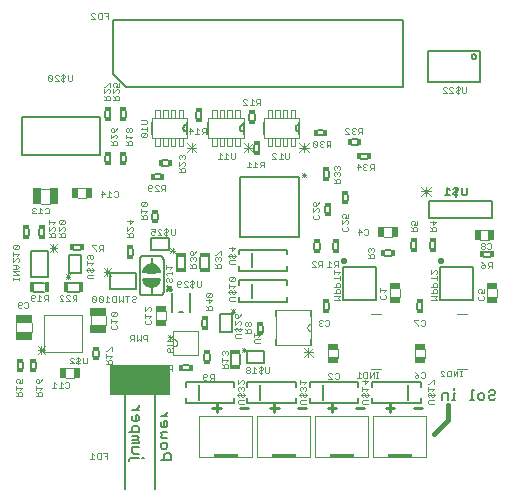
<source format=gbo>
G75*
%MOIN*%
%OFA0B0*%
%FSLAX25Y25*%
%IPPOS*%
%LPD*%
%AMOC8*
5,1,8,0,0,1.08239X$1,22.5*
%
%ADD10C,0.00400*%
%ADD11C,0.00700*%
%ADD12C,0.01600*%
%ADD13C,0.00500*%
%ADD14C,0.02165*%
%ADD15C,0.00800*%
%ADD16C,0.00394*%
%ADD17R,0.07874X0.01181*%
%ADD18C,0.00900*%
%ADD19R,0.03740X0.01969*%
%ADD20C,0.00600*%
%ADD21R,0.02362X0.01181*%
%ADD22R,0.01181X0.02362*%
%ADD23R,0.01969X0.03740*%
%ADD24C,0.00000*%
%ADD25C,0.00200*%
%ADD26R,0.20000X0.09843*%
%ADD27R,0.03400X0.01600*%
%ADD28C,0.00300*%
%ADD29R,0.01600X0.03400*%
%ADD30R,0.05709X0.02953*%
%ADD31R,0.02953X0.05709*%
D10*
X0024270Y0032326D02*
X0026234Y0032326D01*
X0026234Y0033308D01*
X0025906Y0033636D01*
X0025252Y0033636D01*
X0024924Y0033308D01*
X0024924Y0032326D01*
X0024924Y0032981D02*
X0024270Y0033636D01*
X0024270Y0034501D02*
X0024270Y0035811D01*
X0024270Y0035156D02*
X0026234Y0035156D01*
X0025579Y0034501D01*
X0025252Y0036676D02*
X0025579Y0037331D01*
X0025579Y0037658D01*
X0025252Y0037986D01*
X0024597Y0037986D01*
X0024270Y0037658D01*
X0024270Y0037004D01*
X0024597Y0036676D01*
X0025252Y0036676D02*
X0026234Y0036676D01*
X0026234Y0037986D01*
X0030963Y0037658D02*
X0031290Y0037986D01*
X0031617Y0037986D01*
X0031945Y0037658D01*
X0031945Y0036676D01*
X0031290Y0036676D01*
X0030963Y0037004D01*
X0030963Y0037658D01*
X0031945Y0036676D02*
X0032599Y0037331D01*
X0032926Y0037986D01*
X0032926Y0035156D02*
X0030963Y0035156D01*
X0030963Y0034501D02*
X0030963Y0035811D01*
X0032272Y0034501D02*
X0032926Y0035156D01*
X0032599Y0033636D02*
X0031945Y0033636D01*
X0031617Y0033308D01*
X0031617Y0032326D01*
X0030963Y0032326D02*
X0032926Y0032326D01*
X0032926Y0033308D01*
X0032599Y0033636D01*
X0031617Y0032981D02*
X0030963Y0033636D01*
X0036320Y0034915D02*
X0037630Y0034915D01*
X0036975Y0034915D02*
X0036975Y0036878D01*
X0037630Y0036224D01*
X0038496Y0034915D02*
X0039805Y0034915D01*
X0039150Y0034915D02*
X0039150Y0036878D01*
X0039805Y0036224D01*
X0040671Y0036551D02*
X0040998Y0036878D01*
X0041653Y0036878D01*
X0041980Y0036551D01*
X0041980Y0035242D01*
X0041653Y0034915D01*
X0040998Y0034915D01*
X0040671Y0035242D01*
X0040778Y0038183D02*
X0043581Y0038183D01*
X0043581Y0041533D02*
X0040778Y0041533D01*
X0042058Y0043182D02*
X0043368Y0043182D01*
X0042058Y0044492D01*
X0042058Y0044819D01*
X0042386Y0045146D01*
X0043040Y0045146D01*
X0043368Y0044819D01*
X0044233Y0044819D02*
X0044561Y0045146D01*
X0045215Y0045146D01*
X0045543Y0044819D01*
X0045543Y0044492D01*
X0045215Y0044164D01*
X0044561Y0044164D01*
X0044233Y0043837D01*
X0044233Y0043510D01*
X0044561Y0043182D01*
X0045215Y0043182D01*
X0045543Y0043510D01*
X0046409Y0043510D02*
X0046409Y0045146D01*
X0047718Y0045146D02*
X0047718Y0043510D01*
X0047390Y0043182D01*
X0046736Y0043182D01*
X0046409Y0043510D01*
X0044888Y0042855D02*
X0044888Y0045473D01*
X0054191Y0045786D02*
X0056155Y0045786D01*
X0055500Y0045131D01*
X0055173Y0044265D02*
X0054846Y0043938D01*
X0054846Y0042956D01*
X0054846Y0043611D02*
X0054191Y0044265D01*
X0054191Y0045131D02*
X0054191Y0046441D01*
X0054191Y0047306D02*
X0054518Y0047306D01*
X0055828Y0048616D01*
X0056155Y0048616D01*
X0056155Y0047306D01*
X0055828Y0044265D02*
X0055173Y0044265D01*
X0055828Y0044265D02*
X0056155Y0043938D01*
X0056155Y0042956D01*
X0054191Y0042956D01*
X0062305Y0050663D02*
X0062959Y0051317D01*
X0062632Y0051317D02*
X0063614Y0051317D01*
X0063614Y0050663D02*
X0063614Y0052626D01*
X0062632Y0052626D01*
X0062305Y0052299D01*
X0062305Y0051645D01*
X0062632Y0051317D01*
X0064480Y0050663D02*
X0064480Y0052626D01*
X0065789Y0052626D02*
X0065789Y0050663D01*
X0065134Y0051317D01*
X0064480Y0050663D01*
X0066655Y0051645D02*
X0066982Y0051317D01*
X0067964Y0051317D01*
X0067964Y0050663D02*
X0067964Y0052626D01*
X0066982Y0052626D01*
X0066655Y0052299D01*
X0066655Y0051645D01*
X0067660Y0056299D02*
X0067333Y0056626D01*
X0067333Y0057281D01*
X0067660Y0057608D01*
X0067333Y0058474D02*
X0067333Y0059783D01*
X0067333Y0059128D02*
X0069297Y0059128D01*
X0068642Y0058474D01*
X0068969Y0057608D02*
X0069297Y0057281D01*
X0069297Y0056626D01*
X0068969Y0056299D01*
X0067660Y0056299D01*
X0070794Y0057722D02*
X0070794Y0060526D01*
X0069297Y0060976D02*
X0069297Y0061631D01*
X0068969Y0061958D01*
X0068642Y0061958D01*
X0067333Y0060649D01*
X0067333Y0061958D01*
X0068969Y0060649D02*
X0069297Y0060976D01*
X0074144Y0060526D02*
X0074144Y0057722D01*
X0074662Y0050656D02*
X0076298Y0050656D01*
X0076626Y0050329D01*
X0076626Y0049674D01*
X0076298Y0049347D01*
X0074662Y0049347D01*
X0074989Y0048481D02*
X0075316Y0048481D01*
X0075644Y0048154D01*
X0075644Y0047172D01*
X0076298Y0047172D02*
X0074989Y0047172D01*
X0074662Y0047499D01*
X0074662Y0048154D01*
X0074989Y0048481D01*
X0076298Y0048481D02*
X0076626Y0048154D01*
X0076626Y0047499D01*
X0076298Y0047172D01*
X0076232Y0042784D02*
X0075250Y0042784D01*
X0074923Y0042457D01*
X0074923Y0041802D01*
X0075250Y0041475D01*
X0076232Y0041475D01*
X0075577Y0041475D02*
X0074923Y0040820D01*
X0074057Y0040820D02*
X0072748Y0042129D01*
X0072748Y0042457D01*
X0073075Y0042784D01*
X0073729Y0042784D01*
X0074057Y0042457D01*
X0074057Y0040820D02*
X0072748Y0040820D01*
X0071882Y0041147D02*
X0071882Y0041475D01*
X0071554Y0041802D01*
X0070900Y0041802D01*
X0070572Y0041475D01*
X0070572Y0041147D01*
X0070900Y0040820D01*
X0071554Y0040820D01*
X0071882Y0041147D01*
X0071554Y0041802D02*
X0071882Y0042129D01*
X0071882Y0042457D01*
X0071554Y0042784D01*
X0070900Y0042784D01*
X0070572Y0042457D01*
X0070572Y0042129D01*
X0070900Y0041802D01*
X0076232Y0040820D02*
X0076232Y0042784D01*
X0086527Y0039307D02*
X0086527Y0037998D01*
X0086854Y0037670D01*
X0087509Y0037670D01*
X0087836Y0037998D01*
X0087509Y0038652D02*
X0086527Y0038652D01*
X0086527Y0039307D02*
X0086854Y0039634D01*
X0087509Y0039634D01*
X0087836Y0039307D01*
X0087836Y0038980D01*
X0087509Y0038652D01*
X0088702Y0038652D02*
X0089029Y0038325D01*
X0090011Y0038325D01*
X0089357Y0038325D02*
X0088702Y0037670D01*
X0088702Y0038652D02*
X0088702Y0039307D01*
X0089029Y0039634D01*
X0090011Y0039634D01*
X0090011Y0037670D01*
X0092774Y0041607D02*
X0094737Y0041607D01*
X0094737Y0042589D01*
X0094410Y0042917D01*
X0093756Y0042917D01*
X0093428Y0042589D01*
X0093428Y0041607D01*
X0093428Y0042262D02*
X0092774Y0042917D01*
X0092774Y0043783D02*
X0092774Y0045092D01*
X0092774Y0044437D02*
X0094737Y0044437D01*
X0094083Y0043783D01*
X0094410Y0045958D02*
X0094737Y0046285D01*
X0094737Y0046940D01*
X0094410Y0047267D01*
X0094083Y0047267D01*
X0093756Y0046940D01*
X0093428Y0047267D01*
X0093101Y0047267D01*
X0092774Y0046940D01*
X0092774Y0046285D01*
X0093101Y0045958D01*
X0093756Y0046612D02*
X0093756Y0046940D01*
X0097550Y0051687D02*
X0097222Y0052014D01*
X0097222Y0052669D01*
X0097550Y0052996D01*
X0099186Y0052996D01*
X0098859Y0053862D02*
X0099186Y0054189D01*
X0099186Y0054844D01*
X0098859Y0055171D01*
X0098204Y0054844D02*
X0098204Y0054189D01*
X0098532Y0053862D01*
X0098859Y0053862D01*
X0099514Y0054516D02*
X0096895Y0054516D01*
X0097222Y0054189D02*
X0097222Y0054844D01*
X0097550Y0055171D01*
X0097877Y0055171D01*
X0098204Y0054844D01*
X0097550Y0053862D02*
X0097222Y0054189D01*
X0097222Y0056037D02*
X0098532Y0057346D01*
X0098859Y0057346D01*
X0099186Y0057019D01*
X0099186Y0056364D01*
X0098859Y0056037D01*
X0097222Y0056037D02*
X0097222Y0057346D01*
X0097550Y0058212D02*
X0097222Y0058539D01*
X0097222Y0059194D01*
X0097550Y0059521D01*
X0097877Y0059521D01*
X0098204Y0059194D01*
X0098204Y0058212D01*
X0097550Y0058212D01*
X0098204Y0058212D02*
X0098859Y0058867D01*
X0099186Y0059521D01*
X0100975Y0056883D02*
X0100648Y0056556D01*
X0100648Y0055901D01*
X0100975Y0055574D01*
X0101302Y0055574D01*
X0101630Y0055901D01*
X0101630Y0056556D01*
X0101302Y0056883D01*
X0100975Y0056883D01*
X0101630Y0056556D02*
X0101957Y0056883D01*
X0102284Y0056883D01*
X0102612Y0056556D01*
X0102612Y0055901D01*
X0102284Y0055574D01*
X0101957Y0055574D01*
X0101630Y0055901D01*
X0101630Y0054708D02*
X0101302Y0054381D01*
X0101302Y0053399D01*
X0100648Y0053399D02*
X0102612Y0053399D01*
X0102612Y0054381D01*
X0102284Y0054708D01*
X0101630Y0054708D01*
X0101302Y0054054D02*
X0100648Y0054708D01*
X0103404Y0053360D02*
X0103404Y0052050D01*
X0103404Y0052705D02*
X0105367Y0052705D01*
X0104713Y0052050D01*
X0105367Y0051184D02*
X0103731Y0051184D01*
X0103404Y0050857D01*
X0103404Y0050203D01*
X0103731Y0049875D01*
X0105367Y0049875D01*
X0099186Y0051687D02*
X0097550Y0051687D01*
X0089619Y0061066D02*
X0087656Y0061066D01*
X0088310Y0061066D02*
X0088310Y0062048D01*
X0088637Y0062376D01*
X0089292Y0062376D01*
X0089619Y0062048D01*
X0089619Y0061066D01*
X0088310Y0061721D02*
X0087656Y0062376D01*
X0088637Y0063242D02*
X0088637Y0064551D01*
X0087656Y0064223D02*
X0089619Y0064223D01*
X0088637Y0063242D01*
X0087983Y0065417D02*
X0087656Y0065744D01*
X0087656Y0066399D01*
X0087983Y0066726D01*
X0089292Y0066726D01*
X0087983Y0065417D01*
X0089292Y0065417D01*
X0089619Y0065744D01*
X0089619Y0066399D01*
X0089292Y0066726D01*
X0085720Y0069100D02*
X0085720Y0070737D01*
X0084410Y0070737D02*
X0084410Y0069100D01*
X0084738Y0068773D01*
X0085392Y0068773D01*
X0085720Y0069100D01*
X0083545Y0069100D02*
X0083217Y0068773D01*
X0082563Y0068773D01*
X0082235Y0069100D01*
X0082235Y0069427D01*
X0082563Y0069755D01*
X0083217Y0069755D01*
X0083545Y0070082D01*
X0083545Y0070409D01*
X0083217Y0070737D01*
X0082563Y0070737D01*
X0082235Y0070409D01*
X0081369Y0070409D02*
X0081042Y0070737D01*
X0080388Y0070737D01*
X0080060Y0070409D01*
X0080060Y0070082D01*
X0081369Y0068773D01*
X0080060Y0068773D01*
X0079194Y0069100D02*
X0078867Y0068773D01*
X0078212Y0068773D01*
X0077885Y0069100D01*
X0077885Y0070409D01*
X0078212Y0070737D01*
X0078867Y0070737D01*
X0079194Y0070409D01*
X0079194Y0070082D01*
X0078867Y0069755D01*
X0077885Y0069755D01*
X0076234Y0070675D02*
X0075906Y0070348D01*
X0075579Y0070348D01*
X0075252Y0070675D01*
X0075252Y0071330D01*
X0074924Y0071657D01*
X0074597Y0071657D01*
X0074270Y0071330D01*
X0074270Y0070675D01*
X0074597Y0070348D01*
X0076234Y0070675D02*
X0076234Y0071330D01*
X0075906Y0071657D01*
X0076234Y0073177D02*
X0076234Y0073832D01*
X0076234Y0073505D02*
X0074597Y0073505D01*
X0074270Y0073177D01*
X0074270Y0072850D01*
X0074597Y0072523D01*
X0074270Y0074698D02*
X0074270Y0076007D01*
X0074270Y0075352D02*
X0076234Y0075352D01*
X0075579Y0074698D01*
X0082144Y0075072D02*
X0084108Y0075072D01*
X0084108Y0076054D01*
X0083780Y0076381D01*
X0083126Y0076381D01*
X0082798Y0076054D01*
X0082798Y0075072D01*
X0082798Y0075727D02*
X0082144Y0076381D01*
X0082471Y0077247D02*
X0082144Y0077574D01*
X0082144Y0078229D01*
X0082471Y0078556D01*
X0082798Y0078556D01*
X0083126Y0078229D01*
X0083126Y0077902D01*
X0083126Y0078229D02*
X0083453Y0078556D01*
X0083780Y0078556D01*
X0084108Y0078229D01*
X0084108Y0077574D01*
X0083780Y0077247D01*
X0083126Y0079422D02*
X0083126Y0080404D01*
X0082798Y0080731D01*
X0082471Y0080731D01*
X0082144Y0080404D01*
X0082144Y0079750D01*
X0082471Y0079422D01*
X0083126Y0079422D01*
X0083780Y0080077D01*
X0084108Y0080731D01*
X0090411Y0079422D02*
X0090739Y0079422D01*
X0092048Y0080731D01*
X0092375Y0080731D01*
X0092375Y0079422D01*
X0092048Y0078556D02*
X0091721Y0078556D01*
X0091393Y0078229D01*
X0091066Y0078556D01*
X0090739Y0078556D01*
X0090411Y0078229D01*
X0090411Y0077574D01*
X0090739Y0077247D01*
X0090411Y0076381D02*
X0091066Y0075727D01*
X0091066Y0076054D02*
X0091066Y0075072D01*
X0090411Y0075072D02*
X0092375Y0075072D01*
X0092375Y0076054D01*
X0092048Y0076381D01*
X0091393Y0076381D01*
X0091066Y0076054D01*
X0092048Y0077247D02*
X0092375Y0077574D01*
X0092375Y0078229D01*
X0092048Y0078556D01*
X0091393Y0078229D02*
X0091393Y0077902D01*
X0094809Y0079083D02*
X0097427Y0079083D01*
X0097100Y0079410D02*
X0096772Y0079737D01*
X0097100Y0079410D02*
X0097100Y0078756D01*
X0096772Y0078428D01*
X0096445Y0078428D01*
X0096118Y0078756D01*
X0096118Y0079410D01*
X0095790Y0079737D01*
X0095463Y0079737D01*
X0095136Y0079410D01*
X0095136Y0078756D01*
X0095463Y0078428D01*
X0095463Y0077562D02*
X0097100Y0077562D01*
X0097100Y0076253D02*
X0095463Y0076253D01*
X0095136Y0076580D01*
X0095136Y0077235D01*
X0095463Y0077562D01*
X0096118Y0080603D02*
X0096118Y0081913D01*
X0097100Y0081585D02*
X0096118Y0080603D01*
X0095136Y0081585D02*
X0097100Y0081585D01*
X0096772Y0071883D02*
X0095463Y0070574D01*
X0095136Y0070901D01*
X0095136Y0071556D01*
X0095463Y0071883D01*
X0096772Y0071883D01*
X0097100Y0071556D01*
X0097100Y0070901D01*
X0096772Y0070574D01*
X0095463Y0070574D01*
X0095136Y0069708D02*
X0095136Y0068399D01*
X0095136Y0069053D02*
X0097100Y0069053D01*
X0096445Y0068399D01*
X0096772Y0067533D02*
X0097100Y0067205D01*
X0097100Y0066551D01*
X0096772Y0066224D01*
X0096445Y0066224D01*
X0096118Y0066551D01*
X0096118Y0067205D01*
X0095790Y0067533D01*
X0095463Y0067533D01*
X0095136Y0067205D01*
X0095136Y0066551D01*
X0095463Y0066224D01*
X0095463Y0065358D02*
X0097100Y0065358D01*
X0097100Y0064048D02*
X0095463Y0064048D01*
X0095136Y0064376D01*
X0095136Y0065030D01*
X0095463Y0065358D01*
X0094809Y0066878D02*
X0097427Y0066878D01*
X0082890Y0068446D02*
X0082890Y0071064D01*
X0074190Y0085768D02*
X0074190Y0088387D01*
X0074517Y0088060D02*
X0073862Y0088060D01*
X0073535Y0087732D01*
X0073862Y0087078D02*
X0074517Y0087078D01*
X0074844Y0087405D01*
X0074844Y0087732D01*
X0074517Y0088060D01*
X0073862Y0087078D02*
X0073535Y0086750D01*
X0073535Y0086423D01*
X0073862Y0086096D01*
X0074517Y0086096D01*
X0074844Y0086423D01*
X0075710Y0086423D02*
X0075710Y0088060D01*
X0077019Y0088060D02*
X0077019Y0086423D01*
X0076692Y0086096D01*
X0076037Y0086096D01*
X0075710Y0086423D01*
X0072669Y0086096D02*
X0071360Y0087405D01*
X0071360Y0087732D01*
X0071687Y0088060D01*
X0072342Y0088060D01*
X0072669Y0087732D01*
X0072669Y0086096D02*
X0071360Y0086096D01*
X0070494Y0086423D02*
X0070167Y0086096D01*
X0069512Y0086096D01*
X0069185Y0086423D01*
X0069185Y0087078D01*
X0069512Y0087405D01*
X0069839Y0087405D01*
X0070494Y0087078D01*
X0070494Y0088060D01*
X0069185Y0088060D01*
X0067966Y0091214D02*
X0067966Y0092196D01*
X0067639Y0092523D01*
X0066984Y0092523D01*
X0066657Y0092196D01*
X0066657Y0091214D01*
X0066657Y0091868D02*
X0066002Y0092523D01*
X0066002Y0093389D02*
X0066002Y0094698D01*
X0066002Y0094043D02*
X0067966Y0094043D01*
X0067311Y0093389D01*
X0067639Y0095564D02*
X0066329Y0095564D01*
X0067639Y0096873D01*
X0066329Y0096873D01*
X0066002Y0096546D01*
X0066002Y0095891D01*
X0066329Y0095564D01*
X0067639Y0095564D02*
X0067966Y0095891D01*
X0067966Y0096546D01*
X0067639Y0096873D01*
X0068538Y0100663D02*
X0068210Y0100990D01*
X0068210Y0102299D01*
X0068538Y0102626D01*
X0069192Y0102626D01*
X0069520Y0102299D01*
X0069520Y0101972D01*
X0069192Y0101645D01*
X0068210Y0101645D01*
X0068538Y0100663D02*
X0069192Y0100663D01*
X0069520Y0100990D01*
X0070385Y0100663D02*
X0071695Y0100663D01*
X0070385Y0101972D01*
X0070385Y0102299D01*
X0070713Y0102626D01*
X0071367Y0102626D01*
X0071695Y0102299D01*
X0072560Y0102299D02*
X0072560Y0101645D01*
X0072888Y0101317D01*
X0073870Y0101317D01*
X0073870Y0100663D02*
X0073870Y0102626D01*
X0072888Y0102626D01*
X0072560Y0102299D01*
X0073215Y0101317D02*
X0072560Y0100663D01*
X0078600Y0106962D02*
X0080564Y0106962D01*
X0080564Y0107944D01*
X0080237Y0108271D01*
X0079582Y0108271D01*
X0079255Y0107944D01*
X0079255Y0106962D01*
X0079255Y0107616D02*
X0078600Y0108271D01*
X0078600Y0109137D02*
X0079910Y0110446D01*
X0080237Y0110446D01*
X0080564Y0110119D01*
X0080564Y0109464D01*
X0080237Y0109137D01*
X0078600Y0109137D02*
X0078600Y0110446D01*
X0078928Y0111312D02*
X0078600Y0111639D01*
X0078600Y0112294D01*
X0078928Y0112621D01*
X0079255Y0112621D01*
X0079582Y0112294D01*
X0079582Y0111967D01*
X0079582Y0112294D02*
X0079910Y0112621D01*
X0080237Y0112621D01*
X0080564Y0112294D01*
X0080564Y0111639D01*
X0080237Y0111312D01*
X0082149Y0119560D02*
X0082149Y0121524D01*
X0083131Y0120542D01*
X0081822Y0120542D01*
X0083997Y0119560D02*
X0085306Y0119560D01*
X0084652Y0119560D02*
X0084652Y0121524D01*
X0085306Y0120869D01*
X0086172Y0120542D02*
X0086172Y0121197D01*
X0086500Y0121524D01*
X0087482Y0121524D01*
X0087482Y0119560D01*
X0087482Y0120215D02*
X0086500Y0120215D01*
X0086172Y0120542D01*
X0086827Y0120215D02*
X0086172Y0119560D01*
X0092093Y0113256D02*
X0092093Y0111293D01*
X0091439Y0111293D02*
X0092748Y0111293D01*
X0093614Y0111293D02*
X0094923Y0111293D01*
X0094268Y0111293D02*
X0094268Y0113256D01*
X0094923Y0112602D01*
X0095789Y0113256D02*
X0095789Y0111620D01*
X0096116Y0111293D01*
X0096771Y0111293D01*
X0097098Y0111620D01*
X0097098Y0113256D01*
X0092748Y0112602D02*
X0092093Y0113256D01*
X0101113Y0108537D02*
X0102423Y0108537D01*
X0101768Y0108537D02*
X0101768Y0110500D01*
X0102423Y0109846D01*
X0103289Y0108537D02*
X0104598Y0108537D01*
X0103943Y0108537D02*
X0103943Y0110500D01*
X0104598Y0109846D01*
X0105464Y0110173D02*
X0105464Y0109519D01*
X0105791Y0109191D01*
X0106773Y0109191D01*
X0106773Y0108537D02*
X0106773Y0110500D01*
X0105791Y0110500D01*
X0105464Y0110173D01*
X0106118Y0109191D02*
X0105464Y0108537D01*
X0109549Y0111293D02*
X0110858Y0111293D01*
X0109549Y0112602D01*
X0109549Y0112929D01*
X0109876Y0113256D01*
X0110531Y0113256D01*
X0110858Y0112929D01*
X0112379Y0113256D02*
X0112379Y0111293D01*
X0113033Y0111293D02*
X0111724Y0111293D01*
X0113033Y0112602D02*
X0112379Y0113256D01*
X0113899Y0113256D02*
X0113899Y0111620D01*
X0114226Y0111293D01*
X0114881Y0111293D01*
X0115208Y0111620D01*
X0115208Y0113256D01*
X0119545Y0106630D02*
X0120855Y0105321D01*
X0120855Y0105975D02*
X0119545Y0105975D01*
X0119545Y0105321D02*
X0120855Y0106630D01*
X0120200Y0106630D02*
X0120200Y0105321D01*
X0123416Y0097041D02*
X0123743Y0097041D01*
X0124071Y0096714D01*
X0124071Y0095732D01*
X0123416Y0095732D01*
X0123089Y0096059D01*
X0123089Y0096714D01*
X0123416Y0097041D01*
X0124725Y0096386D02*
X0124071Y0095732D01*
X0124725Y0096386D02*
X0125052Y0097041D01*
X0124725Y0094866D02*
X0125052Y0094538D01*
X0125052Y0093884D01*
X0124725Y0093557D01*
X0124725Y0092691D02*
X0125052Y0092363D01*
X0125052Y0091709D01*
X0124725Y0091381D01*
X0123416Y0091381D01*
X0123089Y0091709D01*
X0123089Y0092363D01*
X0123416Y0092691D01*
X0123089Y0093557D02*
X0124398Y0094866D01*
X0124725Y0094866D01*
X0123089Y0094866D02*
X0123089Y0093557D01*
X0132931Y0092777D02*
X0132931Y0092122D01*
X0133258Y0091795D01*
X0133913Y0091795D02*
X0134240Y0092449D01*
X0134240Y0092777D01*
X0133913Y0093104D01*
X0133258Y0093104D01*
X0132931Y0092777D01*
X0133913Y0091795D02*
X0134895Y0091795D01*
X0134895Y0093104D01*
X0134568Y0090929D02*
X0134895Y0090601D01*
X0134895Y0089947D01*
X0134568Y0089620D01*
X0134568Y0088754D02*
X0134895Y0088426D01*
X0134895Y0087772D01*
X0134568Y0087444D01*
X0133258Y0087444D01*
X0132931Y0087772D01*
X0132931Y0088426D01*
X0133258Y0088754D01*
X0132931Y0089620D02*
X0134240Y0090929D01*
X0134568Y0090929D01*
X0132931Y0090929D02*
X0132931Y0089620D01*
X0138449Y0088060D02*
X0138449Y0086096D01*
X0138121Y0087078D02*
X0139431Y0087078D01*
X0138449Y0088060D01*
X0140296Y0087732D02*
X0140624Y0088060D01*
X0141278Y0088060D01*
X0141606Y0087732D01*
X0141606Y0086423D01*
X0141278Y0086096D01*
X0140624Y0086096D01*
X0140296Y0086423D01*
X0141920Y0081706D02*
X0141593Y0081379D01*
X0141593Y0080724D01*
X0141920Y0080397D01*
X0142574Y0081051D02*
X0142574Y0081379D01*
X0142247Y0081706D01*
X0141920Y0081706D01*
X0142574Y0081379D02*
X0142902Y0081706D01*
X0143229Y0081706D01*
X0143556Y0081379D01*
X0143556Y0080724D01*
X0143229Y0080397D01*
X0143229Y0079531D02*
X0142574Y0079531D01*
X0142247Y0079204D01*
X0142247Y0078222D01*
X0142247Y0078876D02*
X0141593Y0079531D01*
X0141593Y0078222D02*
X0143556Y0078222D01*
X0143556Y0079204D01*
X0143229Y0079531D01*
X0146684Y0085376D02*
X0149487Y0085376D01*
X0149487Y0088726D02*
X0146684Y0088726D01*
X0155766Y0088586D02*
X0156420Y0087931D01*
X0156420Y0088259D02*
X0156420Y0087277D01*
X0155766Y0087277D02*
X0157730Y0087277D01*
X0157730Y0088259D01*
X0157402Y0088586D01*
X0156748Y0088586D01*
X0156420Y0088259D01*
X0156093Y0089452D02*
X0155766Y0089779D01*
X0155766Y0090434D01*
X0156093Y0090761D01*
X0156748Y0090761D01*
X0157075Y0090434D01*
X0157075Y0090106D01*
X0156748Y0089452D01*
X0157730Y0089452D01*
X0157730Y0090761D01*
X0162065Y0090414D02*
X0164029Y0090414D01*
X0163047Y0089432D01*
X0163047Y0090742D01*
X0163047Y0088567D02*
X0162720Y0088239D01*
X0162720Y0087257D01*
X0162720Y0087912D02*
X0162065Y0088567D01*
X0163047Y0088567D02*
X0163702Y0088567D01*
X0164029Y0088239D01*
X0164029Y0087257D01*
X0162065Y0087257D01*
X0162358Y0099088D02*
X0159289Y0102157D01*
X0159289Y0100622D02*
X0162358Y0100622D01*
X0162358Y0102157D02*
X0159289Y0099088D01*
X0160824Y0099088D02*
X0160824Y0102157D01*
X0143387Y0107749D02*
X0143387Y0109713D01*
X0142405Y0109713D01*
X0142078Y0109386D01*
X0142078Y0108731D01*
X0142405Y0108404D01*
X0143387Y0108404D01*
X0142732Y0108404D02*
X0142078Y0107749D01*
X0141212Y0108077D02*
X0140885Y0107749D01*
X0140230Y0107749D01*
X0139903Y0108077D01*
X0139903Y0108404D01*
X0140230Y0108731D01*
X0140557Y0108731D01*
X0140230Y0108731D02*
X0139903Y0109058D01*
X0139903Y0109386D01*
X0140230Y0109713D01*
X0140885Y0109713D01*
X0141212Y0109386D01*
X0139037Y0108731D02*
X0137728Y0108731D01*
X0138055Y0107749D02*
X0138055Y0109713D01*
X0139037Y0108731D01*
X0132139Y0108751D02*
X0131812Y0109078D01*
X0131484Y0109078D01*
X0131157Y0108751D01*
X0130830Y0109078D01*
X0130503Y0109078D01*
X0130175Y0108751D01*
X0130175Y0108096D01*
X0130503Y0107769D01*
X0130503Y0106903D02*
X0130175Y0106576D01*
X0130175Y0105921D01*
X0130503Y0105594D01*
X0131157Y0106248D02*
X0131157Y0106576D01*
X0130830Y0106903D01*
X0130503Y0106903D01*
X0131157Y0106576D02*
X0131484Y0106903D01*
X0131812Y0106903D01*
X0132139Y0106576D01*
X0132139Y0105921D01*
X0131812Y0105594D01*
X0131812Y0104728D02*
X0131157Y0104728D01*
X0130830Y0104400D01*
X0130830Y0103419D01*
X0130830Y0104073D02*
X0130175Y0104728D01*
X0130175Y0103419D02*
X0132139Y0103419D01*
X0132139Y0104400D01*
X0131812Y0104728D01*
X0131812Y0107769D02*
X0132139Y0108096D01*
X0132139Y0108751D01*
X0131157Y0108751D02*
X0131157Y0108423D01*
X0128988Y0115230D02*
X0128988Y0117193D01*
X0128006Y0117193D01*
X0127679Y0116866D01*
X0127679Y0116211D01*
X0128006Y0115884D01*
X0128988Y0115884D01*
X0128333Y0115884D02*
X0127679Y0115230D01*
X0126813Y0115557D02*
X0126485Y0115230D01*
X0125831Y0115230D01*
X0125503Y0115557D01*
X0125503Y0115884D01*
X0125831Y0116211D01*
X0126158Y0116211D01*
X0125831Y0116211D02*
X0125503Y0116539D01*
X0125503Y0116866D01*
X0125831Y0117193D01*
X0126485Y0117193D01*
X0126813Y0116866D01*
X0124638Y0116866D02*
X0124638Y0115557D01*
X0123328Y0116866D01*
X0123328Y0115557D01*
X0123656Y0115230D01*
X0124310Y0115230D01*
X0124638Y0115557D01*
X0124638Y0116866D02*
X0124310Y0117193D01*
X0123656Y0117193D01*
X0123328Y0116866D01*
X0133958Y0119560D02*
X0135268Y0119560D01*
X0133958Y0120869D01*
X0133958Y0121197D01*
X0134286Y0121524D01*
X0134940Y0121524D01*
X0135268Y0121197D01*
X0136133Y0121197D02*
X0136133Y0120869D01*
X0136461Y0120542D01*
X0136133Y0120215D01*
X0136133Y0119888D01*
X0136461Y0119560D01*
X0137115Y0119560D01*
X0137443Y0119888D01*
X0138308Y0119560D02*
X0138963Y0120215D01*
X0138636Y0120215D02*
X0139618Y0120215D01*
X0139618Y0119560D02*
X0139618Y0121524D01*
X0138636Y0121524D01*
X0138308Y0121197D01*
X0138308Y0120542D01*
X0138636Y0120215D01*
X0137443Y0121197D02*
X0137115Y0121524D01*
X0136461Y0121524D01*
X0136133Y0121197D01*
X0136461Y0120542D02*
X0136788Y0120542D01*
X0166468Y0133340D02*
X0167777Y0133340D01*
X0166468Y0134649D01*
X0166468Y0134976D01*
X0166795Y0135304D01*
X0167450Y0135304D01*
X0167777Y0134976D01*
X0168643Y0134976D02*
X0168970Y0135304D01*
X0169625Y0135304D01*
X0169952Y0134976D01*
X0170818Y0134976D02*
X0171145Y0135304D01*
X0171800Y0135304D01*
X0172127Y0134976D01*
X0172127Y0134649D01*
X0171800Y0134322D01*
X0171145Y0134322D01*
X0170818Y0133994D01*
X0170818Y0133667D01*
X0171145Y0133340D01*
X0171800Y0133340D01*
X0172127Y0133667D01*
X0172993Y0133667D02*
X0172993Y0135304D01*
X0174302Y0135304D02*
X0174302Y0133667D01*
X0173975Y0133340D01*
X0173320Y0133340D01*
X0172993Y0133667D01*
X0171473Y0133012D02*
X0171473Y0135631D01*
X0169952Y0133340D02*
X0168643Y0134649D01*
X0168643Y0134976D01*
X0168643Y0133340D02*
X0169952Y0133340D01*
X0178967Y0087545D02*
X0181770Y0087545D01*
X0181770Y0084195D02*
X0178967Y0084195D01*
X0179394Y0083335D02*
X0179066Y0083008D01*
X0179066Y0082681D01*
X0179394Y0082353D01*
X0180048Y0082353D01*
X0180375Y0082681D01*
X0180375Y0083008D01*
X0180048Y0083335D01*
X0179394Y0083335D01*
X0179394Y0082353D02*
X0179066Y0082026D01*
X0179066Y0081699D01*
X0179394Y0081371D01*
X0180048Y0081371D01*
X0180375Y0081699D01*
X0180375Y0082026D01*
X0180048Y0082353D01*
X0181241Y0081699D02*
X0181569Y0081371D01*
X0182223Y0081371D01*
X0182551Y0081699D01*
X0182551Y0083008D01*
X0182223Y0083335D01*
X0181569Y0083335D01*
X0181241Y0083008D01*
X0181825Y0076898D02*
X0181497Y0076571D01*
X0181497Y0075916D01*
X0181825Y0075589D01*
X0182806Y0075589D01*
X0182152Y0075589D02*
X0181497Y0074934D01*
X0180631Y0075262D02*
X0180304Y0074934D01*
X0179649Y0074934D01*
X0179322Y0075262D01*
X0179322Y0075589D01*
X0179649Y0075916D01*
X0180631Y0075916D01*
X0180631Y0075262D01*
X0180631Y0075916D02*
X0179977Y0076571D01*
X0179322Y0076898D01*
X0181825Y0076898D02*
X0182806Y0076898D01*
X0182806Y0074934D01*
X0184432Y0068006D02*
X0184432Y0065203D01*
X0181081Y0065203D02*
X0181081Y0068006D01*
X0180171Y0067907D02*
X0180171Y0066598D01*
X0179189Y0066598D01*
X0179516Y0067252D01*
X0179516Y0067580D01*
X0179189Y0067907D01*
X0178534Y0067907D01*
X0178207Y0067580D01*
X0178207Y0066925D01*
X0178534Y0066598D01*
X0178534Y0065732D02*
X0178207Y0065405D01*
X0178207Y0064750D01*
X0178534Y0064423D01*
X0179843Y0064423D01*
X0180171Y0064750D01*
X0180171Y0065405D01*
X0179843Y0065732D01*
X0164423Y0065751D02*
X0162459Y0065751D01*
X0162459Y0066617D02*
X0164423Y0066617D01*
X0164423Y0067599D01*
X0164095Y0067926D01*
X0163441Y0067926D01*
X0163113Y0067599D01*
X0163113Y0066617D01*
X0164423Y0065751D02*
X0163768Y0065097D01*
X0164423Y0064442D01*
X0162459Y0064442D01*
X0162459Y0068792D02*
X0164423Y0068792D01*
X0164423Y0069774D01*
X0164095Y0070102D01*
X0163441Y0070102D01*
X0163113Y0069774D01*
X0163113Y0068792D01*
X0164423Y0070967D02*
X0164423Y0072277D01*
X0164423Y0071622D02*
X0162459Y0071622D01*
X0162459Y0073142D02*
X0163768Y0074452D01*
X0164095Y0074452D01*
X0164423Y0074124D01*
X0164423Y0073470D01*
X0164095Y0073142D01*
X0162459Y0073142D02*
X0162459Y0074452D01*
X0152148Y0068006D02*
X0152148Y0065203D01*
X0148798Y0065203D02*
X0148798Y0068006D01*
X0147493Y0067666D02*
X0145530Y0067666D01*
X0145530Y0068320D02*
X0145530Y0067011D01*
X0145857Y0066145D02*
X0145530Y0065818D01*
X0145530Y0065163D01*
X0145857Y0064836D01*
X0147166Y0064836D01*
X0147493Y0065163D01*
X0147493Y0065818D01*
X0147166Y0066145D01*
X0146839Y0067011D02*
X0147493Y0067666D01*
X0157000Y0057745D02*
X0157000Y0057417D01*
X0158309Y0056108D01*
X0158309Y0055781D01*
X0159175Y0056108D02*
X0159502Y0055781D01*
X0160157Y0055781D01*
X0160484Y0056108D01*
X0160484Y0057417D01*
X0160157Y0057745D01*
X0159502Y0057745D01*
X0159175Y0057417D01*
X0158309Y0057745D02*
X0157000Y0057745D01*
X0157015Y0047927D02*
X0157015Y0045124D01*
X0160365Y0045124D02*
X0160365Y0047927D01*
X0160176Y0040422D02*
X0159521Y0040422D01*
X0159194Y0040094D01*
X0160176Y0040422D02*
X0160503Y0040094D01*
X0160503Y0038785D01*
X0160176Y0038458D01*
X0159521Y0038458D01*
X0159194Y0038785D01*
X0158328Y0038785D02*
X0158001Y0038458D01*
X0157346Y0038458D01*
X0157019Y0038785D01*
X0157019Y0039113D01*
X0157346Y0039440D01*
X0158328Y0039440D01*
X0158328Y0038785D01*
X0158328Y0039440D02*
X0157674Y0040094D01*
X0157019Y0040422D01*
X0161671Y0036322D02*
X0161999Y0036322D01*
X0163308Y0037631D01*
X0163635Y0037631D01*
X0163635Y0036322D01*
X0163635Y0034801D02*
X0161671Y0034801D01*
X0161671Y0034147D02*
X0161671Y0035456D01*
X0162981Y0034147D02*
X0163635Y0034801D01*
X0163308Y0033281D02*
X0163635Y0032953D01*
X0163635Y0032299D01*
X0163308Y0031972D01*
X0162981Y0031972D01*
X0162653Y0032299D01*
X0162653Y0032953D01*
X0162326Y0033281D01*
X0161999Y0033281D01*
X0161671Y0032953D01*
X0161671Y0032299D01*
X0161999Y0031972D01*
X0161999Y0031106D02*
X0163635Y0031106D01*
X0163635Y0029796D02*
X0161999Y0029796D01*
X0161671Y0030124D01*
X0161671Y0030778D01*
X0161999Y0031106D01*
X0161344Y0032626D02*
X0163962Y0032626D01*
X0165680Y0038852D02*
X0166990Y0038852D01*
X0165680Y0040161D01*
X0165680Y0040488D01*
X0166008Y0040815D01*
X0166662Y0040815D01*
X0166990Y0040488D01*
X0167855Y0040488D02*
X0168183Y0040815D01*
X0169165Y0040815D01*
X0169165Y0038852D01*
X0168183Y0038852D01*
X0167855Y0039179D01*
X0167855Y0040488D01*
X0170031Y0040815D02*
X0170031Y0038852D01*
X0171340Y0040815D01*
X0171340Y0038852D01*
X0172135Y0038852D02*
X0172790Y0038852D01*
X0172463Y0038852D02*
X0172463Y0040815D01*
X0172790Y0040815D02*
X0172135Y0040815D01*
X0144837Y0040422D02*
X0144183Y0040422D01*
X0144510Y0040422D02*
X0144510Y0038458D01*
X0144837Y0038458D02*
X0144183Y0038458D01*
X0143387Y0038458D02*
X0143387Y0040422D01*
X0142078Y0038458D01*
X0142078Y0040422D01*
X0141212Y0040422D02*
X0140230Y0040422D01*
X0139903Y0040094D01*
X0139903Y0038785D01*
X0140230Y0038458D01*
X0141212Y0038458D01*
X0141212Y0040422D01*
X0139037Y0039767D02*
X0138382Y0040422D01*
X0138382Y0038458D01*
X0137728Y0038458D02*
X0139037Y0038458D01*
X0139624Y0037304D02*
X0141588Y0037304D01*
X0140606Y0036322D01*
X0140606Y0037631D01*
X0139624Y0035456D02*
X0139624Y0034147D01*
X0139624Y0034801D02*
X0141588Y0034801D01*
X0140933Y0034147D01*
X0141261Y0033281D02*
X0141588Y0032953D01*
X0141588Y0032299D01*
X0141261Y0031972D01*
X0140933Y0031972D01*
X0140606Y0032299D01*
X0140606Y0032953D01*
X0140279Y0033281D01*
X0139951Y0033281D01*
X0139624Y0032953D01*
X0139624Y0032299D01*
X0139951Y0031972D01*
X0139951Y0031106D02*
X0141588Y0031106D01*
X0141588Y0029796D02*
X0139951Y0029796D01*
X0139624Y0030124D01*
X0139624Y0030778D01*
X0139951Y0031106D01*
X0139297Y0032626D02*
X0141915Y0032626D01*
X0131763Y0038391D02*
X0131436Y0038064D01*
X0130781Y0038064D01*
X0130454Y0038391D01*
X0129588Y0038064D02*
X0128279Y0039373D01*
X0128279Y0039701D01*
X0128606Y0040028D01*
X0129261Y0040028D01*
X0129588Y0039701D01*
X0130454Y0039701D02*
X0130781Y0040028D01*
X0131436Y0040028D01*
X0131763Y0039701D01*
X0131763Y0038391D01*
X0129588Y0038064D02*
X0128279Y0038064D01*
X0128274Y0045124D02*
X0128274Y0047927D01*
X0131625Y0047927D02*
X0131625Y0045124D01*
X0123126Y0045387D02*
X0120057Y0048456D01*
X0121591Y0048456D02*
X0121591Y0045387D01*
X0120057Y0045387D02*
X0123126Y0048456D01*
X0123126Y0046922D02*
X0120057Y0046922D01*
X0118758Y0037631D02*
X0118758Y0036322D01*
X0118758Y0036976D02*
X0120722Y0036976D01*
X0120067Y0036322D01*
X0120067Y0035456D02*
X0119740Y0035129D01*
X0119412Y0035456D01*
X0119085Y0035456D01*
X0118758Y0035129D01*
X0118758Y0034474D01*
X0119085Y0034147D01*
X0119085Y0033281D02*
X0119412Y0033281D01*
X0119740Y0032953D01*
X0119740Y0032299D01*
X0120067Y0031972D01*
X0120394Y0031972D01*
X0120722Y0032299D01*
X0120722Y0032953D01*
X0120394Y0033281D01*
X0120394Y0034147D02*
X0120722Y0034474D01*
X0120722Y0035129D01*
X0120394Y0035456D01*
X0120067Y0035456D01*
X0119740Y0035129D02*
X0119740Y0034801D01*
X0119085Y0033281D02*
X0118758Y0032953D01*
X0118758Y0032299D01*
X0119085Y0031972D01*
X0119085Y0031106D02*
X0120722Y0031106D01*
X0120722Y0029796D02*
X0119085Y0029796D01*
X0118758Y0030124D01*
X0118758Y0030778D01*
X0119085Y0031106D01*
X0118431Y0032626D02*
X0121049Y0032626D01*
X0108554Y0040360D02*
X0108227Y0040033D01*
X0107572Y0040033D01*
X0107245Y0040360D01*
X0107245Y0041997D01*
X0106379Y0041669D02*
X0106052Y0041997D01*
X0105397Y0041997D01*
X0105070Y0041669D01*
X0105397Y0041015D02*
X0106052Y0041015D01*
X0106379Y0041342D01*
X0106379Y0041669D01*
X0105725Y0042324D02*
X0105725Y0039705D01*
X0106052Y0040033D02*
X0105397Y0040033D01*
X0105070Y0040360D01*
X0105070Y0040687D01*
X0105397Y0041015D01*
X0106379Y0040360D02*
X0106052Y0040033D01*
X0104204Y0040033D02*
X0102895Y0040033D01*
X0103549Y0040033D02*
X0103549Y0041997D01*
X0104204Y0041342D01*
X0102029Y0041342D02*
X0102029Y0041669D01*
X0101702Y0041997D01*
X0101047Y0041997D01*
X0100720Y0041669D01*
X0100720Y0041342D01*
X0101047Y0041015D01*
X0101702Y0041015D01*
X0102029Y0041342D01*
X0101702Y0041015D02*
X0102029Y0040687D01*
X0102029Y0040360D01*
X0101702Y0040033D01*
X0101047Y0040033D01*
X0100720Y0040360D01*
X0100720Y0040687D01*
X0101047Y0041015D01*
X0099922Y0037631D02*
X0099595Y0037631D01*
X0098285Y0036322D01*
X0098285Y0037631D01*
X0099922Y0037631D02*
X0100249Y0037304D01*
X0100249Y0036649D01*
X0099922Y0036322D01*
X0099922Y0035456D02*
X0099595Y0035456D01*
X0099267Y0035129D01*
X0098940Y0035456D01*
X0098613Y0035456D01*
X0098285Y0035129D01*
X0098285Y0034474D01*
X0098613Y0034147D01*
X0098613Y0033281D02*
X0098940Y0033281D01*
X0099267Y0032953D01*
X0099267Y0032299D01*
X0099595Y0031972D01*
X0099922Y0031972D01*
X0100249Y0032299D01*
X0100249Y0032953D01*
X0099922Y0033281D01*
X0099922Y0034147D02*
X0100249Y0034474D01*
X0100249Y0035129D01*
X0099922Y0035456D01*
X0099267Y0035129D02*
X0099267Y0034801D01*
X0098613Y0033281D02*
X0098285Y0032953D01*
X0098285Y0032299D01*
X0098613Y0031972D01*
X0098613Y0031106D02*
X0100249Y0031106D01*
X0100249Y0029796D02*
X0098613Y0029796D01*
X0098285Y0030124D01*
X0098285Y0030778D01*
X0098613Y0031106D01*
X0097958Y0032626D02*
X0100577Y0032626D01*
X0108554Y0040360D02*
X0108554Y0041997D01*
X0125110Y0056108D02*
X0125110Y0056435D01*
X0125437Y0056763D01*
X0125764Y0056763D01*
X0125437Y0056763D02*
X0125110Y0057090D01*
X0125110Y0057417D01*
X0125437Y0057745D01*
X0126092Y0057745D01*
X0126419Y0057417D01*
X0127285Y0057417D02*
X0127612Y0057745D01*
X0128267Y0057745D01*
X0128594Y0057417D01*
X0128594Y0056108D01*
X0128267Y0055781D01*
X0127612Y0055781D01*
X0127285Y0056108D01*
X0126419Y0056108D02*
X0126092Y0055781D01*
X0125437Y0055781D01*
X0125110Y0056108D01*
X0130175Y0064442D02*
X0132139Y0064442D01*
X0131484Y0065097D01*
X0132139Y0065751D01*
X0130175Y0065751D01*
X0130175Y0066617D02*
X0132139Y0066617D01*
X0132139Y0067599D01*
X0131812Y0067926D01*
X0131157Y0067926D01*
X0130830Y0067599D01*
X0130830Y0066617D01*
X0130830Y0068792D02*
X0130830Y0069774D01*
X0131157Y0070102D01*
X0131812Y0070102D01*
X0132139Y0069774D01*
X0132139Y0068792D01*
X0130175Y0068792D01*
X0130175Y0071622D02*
X0132139Y0071622D01*
X0132139Y0070967D02*
X0132139Y0072277D01*
X0131484Y0073142D02*
X0132139Y0073797D01*
X0130175Y0073797D01*
X0130175Y0073142D02*
X0130175Y0074452D01*
X0130060Y0075466D02*
X0130715Y0076120D01*
X0130388Y0076120D02*
X0131369Y0076120D01*
X0131369Y0075466D02*
X0131369Y0077430D01*
X0130388Y0077430D01*
X0130060Y0077102D01*
X0130060Y0076448D01*
X0130388Y0076120D01*
X0129194Y0075466D02*
X0127885Y0075466D01*
X0128540Y0075466D02*
X0128540Y0077430D01*
X0129194Y0076775D01*
X0126232Y0077430D02*
X0126232Y0075466D01*
X0126232Y0076120D02*
X0125250Y0076120D01*
X0124923Y0076448D01*
X0124923Y0077102D01*
X0125250Y0077430D01*
X0126232Y0077430D01*
X0125577Y0076120D02*
X0124923Y0075466D01*
X0124057Y0075466D02*
X0122748Y0076775D01*
X0122748Y0077102D01*
X0123075Y0077430D01*
X0123729Y0077430D01*
X0124057Y0077102D01*
X0124057Y0075466D02*
X0122748Y0075466D01*
X0067966Y0091214D02*
X0066002Y0091214D01*
X0063241Y0090640D02*
X0062259Y0089658D01*
X0062259Y0090968D01*
X0061278Y0090640D02*
X0063241Y0090640D01*
X0062914Y0088793D02*
X0063241Y0088465D01*
X0063241Y0087811D01*
X0062914Y0087483D01*
X0062914Y0086618D02*
X0062259Y0086618D01*
X0061932Y0086290D01*
X0061932Y0085308D01*
X0061278Y0085308D02*
X0063241Y0085308D01*
X0063241Y0086290D01*
X0062914Y0086618D01*
X0061932Y0085963D02*
X0061278Y0086618D01*
X0061278Y0087483D02*
X0062587Y0088793D01*
X0062914Y0088793D01*
X0061278Y0088793D02*
X0061278Y0087483D01*
X0053023Y0082548D02*
X0053023Y0080584D01*
X0053023Y0081238D02*
X0052041Y0081238D01*
X0051714Y0081566D01*
X0051714Y0082220D01*
X0052041Y0082548D01*
X0053023Y0082548D01*
X0052368Y0081238D02*
X0051714Y0080584D01*
X0050848Y0080584D02*
X0050848Y0080911D01*
X0049539Y0082220D01*
X0049539Y0082548D01*
X0050848Y0082548D01*
X0049528Y0079363D02*
X0048219Y0079363D01*
X0047892Y0079036D01*
X0047892Y0078381D01*
X0048219Y0078054D01*
X0048874Y0078381D02*
X0048874Y0079363D01*
X0049528Y0079363D02*
X0049856Y0079036D01*
X0049856Y0078381D01*
X0049528Y0078054D01*
X0049201Y0078054D01*
X0048874Y0078381D01*
X0047892Y0077188D02*
X0047892Y0075879D01*
X0047892Y0076534D02*
X0049856Y0076534D01*
X0049201Y0075879D01*
X0049528Y0075013D02*
X0049856Y0074686D01*
X0049856Y0074031D01*
X0049528Y0073704D01*
X0049201Y0073704D01*
X0048874Y0074031D01*
X0048874Y0074686D01*
X0048546Y0075013D01*
X0048219Y0075013D01*
X0047892Y0074686D01*
X0047892Y0074031D01*
X0048219Y0073704D01*
X0048219Y0072838D02*
X0049856Y0072838D01*
X0049856Y0071529D02*
X0048219Y0071529D01*
X0047892Y0071856D01*
X0047892Y0072511D01*
X0048219Y0072838D01*
X0047564Y0074358D02*
X0050183Y0074358D01*
X0049995Y0065619D02*
X0049667Y0065291D01*
X0050977Y0063982D01*
X0050649Y0063655D01*
X0049995Y0063655D01*
X0049667Y0063982D01*
X0049667Y0065291D01*
X0049995Y0065619D02*
X0050649Y0065619D01*
X0050977Y0065291D01*
X0050977Y0063982D01*
X0051842Y0063982D02*
X0052170Y0063655D01*
X0052824Y0063655D01*
X0053152Y0063982D01*
X0051842Y0065291D01*
X0051842Y0063982D01*
X0051842Y0065291D02*
X0052170Y0065619D01*
X0052824Y0065619D01*
X0053152Y0065291D01*
X0053152Y0063982D01*
X0054018Y0063655D02*
X0055327Y0063655D01*
X0054672Y0063655D02*
X0054672Y0065619D01*
X0055327Y0064964D01*
X0056193Y0065291D02*
X0056193Y0063982D01*
X0056520Y0063655D01*
X0057502Y0063655D01*
X0057502Y0065619D01*
X0056520Y0065619D01*
X0056193Y0065291D01*
X0058368Y0065619D02*
X0058368Y0063655D01*
X0059022Y0064309D01*
X0059677Y0063655D01*
X0059677Y0065619D01*
X0060543Y0065619D02*
X0061852Y0065619D01*
X0061197Y0065619D02*
X0061197Y0063655D01*
X0062718Y0063982D02*
X0063045Y0063655D01*
X0063700Y0063655D01*
X0064027Y0063982D01*
X0063700Y0064637D02*
X0063045Y0064637D01*
X0062718Y0064309D01*
X0062718Y0063982D01*
X0063700Y0064637D02*
X0064027Y0064964D01*
X0064027Y0065291D01*
X0063700Y0065619D01*
X0063045Y0065619D01*
X0062718Y0065291D01*
X0057402Y0060259D02*
X0056093Y0058950D01*
X0055766Y0059277D01*
X0055766Y0059932D01*
X0056093Y0060259D01*
X0057402Y0060259D01*
X0057730Y0059932D01*
X0057730Y0059277D01*
X0057402Y0058950D01*
X0056093Y0058950D01*
X0055766Y0058084D02*
X0055766Y0056775D01*
X0055766Y0057429D02*
X0057730Y0057429D01*
X0057075Y0056775D01*
X0057402Y0055909D02*
X0057730Y0055582D01*
X0057730Y0054927D01*
X0057402Y0054600D01*
X0056093Y0054600D01*
X0055766Y0054927D01*
X0055766Y0055582D01*
X0056093Y0055909D01*
X0054227Y0056049D02*
X0054227Y0059049D01*
X0049030Y0059049D02*
X0049030Y0056148D01*
X0044342Y0064048D02*
X0044342Y0066012D01*
X0043360Y0066012D01*
X0043033Y0065685D01*
X0043033Y0065030D01*
X0043360Y0064703D01*
X0044342Y0064703D01*
X0043687Y0064703D02*
X0043033Y0064048D01*
X0042167Y0064048D02*
X0040858Y0065358D01*
X0040858Y0065685D01*
X0041185Y0066012D01*
X0041840Y0066012D01*
X0042167Y0065685D01*
X0042167Y0064048D02*
X0040858Y0064048D01*
X0039992Y0064048D02*
X0038683Y0065358D01*
X0038683Y0065685D01*
X0039010Y0066012D01*
X0039665Y0066012D01*
X0039992Y0065685D01*
X0039992Y0064048D02*
X0038683Y0064048D01*
X0034726Y0064048D02*
X0034726Y0066012D01*
X0033744Y0066012D01*
X0033416Y0065685D01*
X0033416Y0065030D01*
X0033744Y0064703D01*
X0034726Y0064703D01*
X0034071Y0064703D02*
X0033416Y0064048D01*
X0032551Y0064048D02*
X0031241Y0064048D01*
X0031896Y0064048D02*
X0031896Y0066012D01*
X0032551Y0065358D01*
X0030375Y0065358D02*
X0030048Y0065030D01*
X0029066Y0065030D01*
X0029066Y0064376D02*
X0029066Y0065685D01*
X0029394Y0066012D01*
X0030048Y0066012D01*
X0030375Y0065685D01*
X0030375Y0065358D01*
X0030375Y0064376D02*
X0030048Y0064048D01*
X0029394Y0064048D01*
X0029066Y0064376D01*
X0028220Y0063323D02*
X0028220Y0062014D01*
X0027893Y0061686D01*
X0027238Y0061686D01*
X0026911Y0062014D01*
X0026045Y0062014D02*
X0025717Y0061686D01*
X0025063Y0061686D01*
X0024736Y0062014D01*
X0024736Y0063323D01*
X0025063Y0063650D01*
X0025717Y0063650D01*
X0026045Y0063323D01*
X0026045Y0062995D01*
X0025717Y0062668D01*
X0024736Y0062668D01*
X0026911Y0063323D02*
X0027238Y0063650D01*
X0027893Y0063650D01*
X0028220Y0063323D01*
X0029424Y0056589D02*
X0029424Y0053687D01*
X0024227Y0053687D02*
X0024227Y0056687D01*
X0025052Y0071135D02*
X0025052Y0071790D01*
X0025052Y0071462D02*
X0023089Y0071462D01*
X0023089Y0071135D02*
X0023089Y0071790D01*
X0023089Y0072585D02*
X0025052Y0072585D01*
X0023089Y0073894D01*
X0025052Y0073894D01*
X0024398Y0074760D02*
X0025052Y0075415D01*
X0024398Y0076069D01*
X0023089Y0076069D01*
X0023089Y0076935D02*
X0024398Y0078245D01*
X0024725Y0078245D01*
X0025052Y0077917D01*
X0025052Y0077263D01*
X0024725Y0076935D01*
X0024071Y0076069D02*
X0024071Y0074760D01*
X0024398Y0074760D02*
X0023089Y0074760D01*
X0023089Y0076935D02*
X0023089Y0078245D01*
X0023089Y0079110D02*
X0023089Y0080420D01*
X0023089Y0079765D02*
X0025052Y0079765D01*
X0024398Y0079110D01*
X0024725Y0081285D02*
X0023416Y0081285D01*
X0024725Y0082595D01*
X0023416Y0082595D01*
X0023089Y0082267D01*
X0023089Y0081613D01*
X0023416Y0081285D01*
X0024725Y0081285D02*
X0025052Y0081613D01*
X0025052Y0082267D01*
X0024725Y0082595D01*
X0035293Y0085308D02*
X0037257Y0085308D01*
X0037257Y0086290D01*
X0036930Y0086618D01*
X0036275Y0086618D01*
X0035948Y0086290D01*
X0035948Y0085308D01*
X0035948Y0085963D02*
X0035293Y0086618D01*
X0035293Y0087483D02*
X0036603Y0088793D01*
X0036930Y0088793D01*
X0037257Y0088465D01*
X0037257Y0087811D01*
X0036930Y0087483D01*
X0038443Y0087483D02*
X0038443Y0088793D01*
X0038770Y0089658D02*
X0040079Y0090968D01*
X0038770Y0090968D01*
X0038443Y0090640D01*
X0038443Y0089986D01*
X0038770Y0089658D01*
X0040079Y0089658D01*
X0040407Y0089986D01*
X0040407Y0090640D01*
X0040079Y0090968D01*
X0040079Y0088793D02*
X0040407Y0088465D01*
X0040407Y0087811D01*
X0040079Y0087483D01*
X0040079Y0086618D02*
X0039425Y0086618D01*
X0039098Y0086290D01*
X0039098Y0085308D01*
X0039098Y0085963D02*
X0038443Y0086618D01*
X0038443Y0087483D02*
X0039752Y0088793D01*
X0040079Y0088793D01*
X0040079Y0086618D02*
X0040407Y0086290D01*
X0040407Y0085308D01*
X0038443Y0085308D01*
X0035293Y0087483D02*
X0035293Y0088793D01*
X0035293Y0089658D02*
X0035293Y0090968D01*
X0035293Y0090313D02*
X0037257Y0090313D01*
X0036603Y0089658D01*
X0034792Y0093182D02*
X0034137Y0093182D01*
X0033810Y0093510D01*
X0032944Y0093182D02*
X0031635Y0093182D01*
X0032290Y0093182D02*
X0032290Y0095146D01*
X0032944Y0094492D01*
X0033810Y0094819D02*
X0034137Y0095146D01*
X0034792Y0095146D01*
X0035119Y0094819D01*
X0035119Y0093510D01*
X0034792Y0093182D01*
X0035412Y0096289D02*
X0032412Y0096289D01*
X0030769Y0094819D02*
X0030442Y0095146D01*
X0029787Y0095146D01*
X0029460Y0094819D01*
X0029460Y0094492D01*
X0029787Y0094164D01*
X0029460Y0093837D01*
X0029460Y0093510D01*
X0029787Y0093182D01*
X0030442Y0093182D01*
X0030769Y0093510D01*
X0030115Y0094164D02*
X0029787Y0094164D01*
X0032511Y0101486D02*
X0035412Y0101486D01*
X0044755Y0101533D02*
X0047558Y0101533D01*
X0047558Y0098183D02*
X0044755Y0098183D01*
X0052462Y0099676D02*
X0053771Y0099676D01*
X0052790Y0100658D01*
X0052790Y0098694D01*
X0054637Y0098694D02*
X0055947Y0098694D01*
X0055292Y0098694D02*
X0055292Y0100658D01*
X0055947Y0100003D01*
X0056812Y0100331D02*
X0057140Y0100658D01*
X0057794Y0100658D01*
X0058122Y0100331D01*
X0058122Y0099021D01*
X0057794Y0098694D01*
X0057140Y0098694D01*
X0056812Y0099021D01*
X0056420Y0116017D02*
X0056420Y0116999D01*
X0056748Y0117326D01*
X0057402Y0117326D01*
X0057730Y0116999D01*
X0057730Y0116017D01*
X0055766Y0116017D01*
X0056420Y0116672D02*
X0055766Y0117326D01*
X0055766Y0118192D02*
X0057075Y0119501D01*
X0057402Y0119501D01*
X0057730Y0119174D01*
X0057730Y0118519D01*
X0057402Y0118192D01*
X0055766Y0118192D02*
X0055766Y0119501D01*
X0056093Y0120367D02*
X0055766Y0120694D01*
X0055766Y0121349D01*
X0056093Y0121676D01*
X0056420Y0121676D01*
X0056748Y0121349D01*
X0056748Y0120367D01*
X0056093Y0120367D01*
X0056748Y0120367D02*
X0057402Y0121022D01*
X0057730Y0121676D01*
X0060884Y0121349D02*
X0060884Y0120694D01*
X0061211Y0120367D01*
X0061538Y0120367D01*
X0061866Y0120694D01*
X0061866Y0121349D01*
X0061538Y0121676D01*
X0061211Y0121676D01*
X0060884Y0121349D01*
X0061866Y0121349D02*
X0062193Y0121676D01*
X0062520Y0121676D01*
X0062848Y0121349D01*
X0062848Y0120694D01*
X0062520Y0120367D01*
X0062193Y0120367D01*
X0061866Y0120694D01*
X0060884Y0119501D02*
X0060884Y0118192D01*
X0060884Y0118847D02*
X0062848Y0118847D01*
X0062193Y0118192D01*
X0061866Y0117326D02*
X0061538Y0116999D01*
X0061538Y0116017D01*
X0060884Y0116017D02*
X0062848Y0116017D01*
X0062848Y0116999D01*
X0062520Y0117326D01*
X0061866Y0117326D01*
X0061538Y0116672D02*
X0060884Y0117326D01*
X0066000Y0118946D02*
X0066000Y0119601D01*
X0066328Y0119928D01*
X0067637Y0119928D01*
X0066328Y0118619D01*
X0067637Y0118619D01*
X0067964Y0118946D01*
X0067964Y0119601D01*
X0067637Y0119928D01*
X0067964Y0120794D02*
X0067964Y0122103D01*
X0067964Y0121449D02*
X0066000Y0121449D01*
X0066655Y0122103D01*
X0066000Y0122969D02*
X0067637Y0122969D01*
X0067964Y0123296D01*
X0067964Y0123951D01*
X0067637Y0124278D01*
X0066000Y0124278D01*
X0066000Y0118946D02*
X0066328Y0118619D01*
X0058517Y0131145D02*
X0056553Y0131145D01*
X0057208Y0131145D02*
X0057208Y0132127D01*
X0057535Y0132454D01*
X0058190Y0132454D01*
X0058517Y0132127D01*
X0058517Y0131145D01*
X0057208Y0131800D02*
X0056553Y0132454D01*
X0056553Y0133320D02*
X0057862Y0134630D01*
X0058190Y0134630D01*
X0058517Y0134302D01*
X0058517Y0133648D01*
X0058190Y0133320D01*
X0056553Y0133320D02*
X0056553Y0134630D01*
X0056880Y0135495D02*
X0056553Y0135823D01*
X0056553Y0136477D01*
X0056880Y0136805D01*
X0057535Y0136805D01*
X0057862Y0136477D01*
X0057862Y0136150D01*
X0057535Y0135495D01*
X0058517Y0135495D01*
X0058517Y0136805D01*
X0055367Y0136805D02*
X0055040Y0136805D01*
X0053731Y0135495D01*
X0053404Y0135495D01*
X0053404Y0134630D02*
X0053404Y0133320D01*
X0054713Y0134630D01*
X0055040Y0134630D01*
X0055367Y0134302D01*
X0055367Y0133648D01*
X0055040Y0133320D01*
X0055040Y0132454D02*
X0054385Y0132454D01*
X0054058Y0132127D01*
X0054058Y0131145D01*
X0053404Y0131145D02*
X0055367Y0131145D01*
X0055367Y0132127D01*
X0055040Y0132454D01*
X0054058Y0131800D02*
X0053404Y0132454D01*
X0055367Y0135495D02*
X0055367Y0136805D01*
X0042767Y0137604D02*
X0042440Y0137277D01*
X0041785Y0137277D01*
X0041458Y0137604D01*
X0041458Y0139241D01*
X0040592Y0138913D02*
X0040592Y0138586D01*
X0040265Y0138259D01*
X0039610Y0138259D01*
X0039283Y0137931D01*
X0039283Y0137604D01*
X0039610Y0137277D01*
X0040265Y0137277D01*
X0040592Y0137604D01*
X0039938Y0136949D02*
X0039938Y0139568D01*
X0040265Y0139241D02*
X0039610Y0139241D01*
X0039283Y0138913D01*
X0038417Y0138913D02*
X0038090Y0139241D01*
X0037435Y0139241D01*
X0037108Y0138913D01*
X0037108Y0138586D01*
X0038417Y0137277D01*
X0037108Y0137277D01*
X0036242Y0137604D02*
X0036242Y0138913D01*
X0035915Y0139241D01*
X0035260Y0139241D01*
X0034933Y0138913D01*
X0036242Y0137604D01*
X0035915Y0137277D01*
X0035260Y0137277D01*
X0034933Y0137604D01*
X0034933Y0138913D01*
X0040265Y0139241D02*
X0040592Y0138913D01*
X0042767Y0139241D02*
X0042767Y0137604D01*
X0049313Y0158143D02*
X0050622Y0158143D01*
X0049313Y0159452D01*
X0049313Y0159779D01*
X0049640Y0160107D01*
X0050295Y0160107D01*
X0050622Y0159779D01*
X0051488Y0159779D02*
X0051815Y0160107D01*
X0052797Y0160107D01*
X0052797Y0158143D01*
X0051815Y0158143D01*
X0051488Y0158470D01*
X0051488Y0159779D01*
X0053663Y0160107D02*
X0054972Y0160107D01*
X0054972Y0158143D01*
X0054972Y0159125D02*
X0054317Y0159125D01*
X0099932Y0131039D02*
X0100260Y0131367D01*
X0100914Y0131367D01*
X0101242Y0131039D01*
X0099932Y0131039D02*
X0099932Y0130712D01*
X0101242Y0129403D01*
X0099932Y0129403D01*
X0102107Y0129403D02*
X0103417Y0129403D01*
X0102762Y0129403D02*
X0102762Y0131367D01*
X0103417Y0130712D01*
X0104283Y0130385D02*
X0104610Y0130057D01*
X0105592Y0130057D01*
X0105592Y0129403D02*
X0105592Y0131367D01*
X0104610Y0131367D01*
X0104283Y0131039D01*
X0104283Y0130385D01*
X0104937Y0130057D02*
X0104283Y0129403D01*
X0054578Y0013256D02*
X0053269Y0013256D01*
X0052403Y0013256D02*
X0052403Y0011293D01*
X0051421Y0011293D01*
X0051094Y0011620D01*
X0051094Y0012929D01*
X0051421Y0013256D01*
X0052403Y0013256D01*
X0053924Y0012274D02*
X0054578Y0012274D01*
X0054578Y0011293D02*
X0054578Y0013256D01*
X0050228Y0012602D02*
X0049574Y0013256D01*
X0049574Y0011293D01*
X0050228Y0011293D02*
X0048919Y0011293D01*
D11*
X0061922Y0011195D02*
X0062462Y0011735D01*
X0065162Y0011735D01*
X0066242Y0011735D02*
X0066782Y0011735D01*
X0065162Y0013072D02*
X0063542Y0013072D01*
X0063002Y0013612D01*
X0063002Y0015232D01*
X0065162Y0015232D01*
X0065162Y0016697D02*
X0063002Y0016697D01*
X0063002Y0017777D02*
X0064622Y0017777D01*
X0065162Y0018317D01*
X0064622Y0018857D01*
X0063002Y0018857D01*
X0063002Y0020322D02*
X0063002Y0021942D01*
X0063542Y0022482D01*
X0064622Y0022482D01*
X0065162Y0021942D01*
X0065162Y0020322D01*
X0061922Y0020322D01*
X0064622Y0017777D02*
X0065162Y0017237D01*
X0065162Y0016697D01*
X0061922Y0011195D02*
X0061922Y0010655D01*
X0072451Y0011049D02*
X0075691Y0011049D01*
X0075691Y0012669D01*
X0075151Y0013209D01*
X0074071Y0013209D01*
X0073531Y0012669D01*
X0073531Y0011049D01*
X0072991Y0014674D02*
X0072451Y0015214D01*
X0072451Y0016294D01*
X0072991Y0016834D01*
X0074071Y0016834D01*
X0074611Y0016294D01*
X0074611Y0015214D01*
X0074071Y0014674D01*
X0072991Y0014674D01*
X0072991Y0018299D02*
X0072451Y0018839D01*
X0072991Y0019379D01*
X0072451Y0019919D01*
X0072991Y0020459D01*
X0074611Y0020459D01*
X0074071Y0021924D02*
X0074611Y0022464D01*
X0074611Y0023544D01*
X0074071Y0024084D01*
X0073531Y0024084D01*
X0073531Y0021924D01*
X0072991Y0021924D02*
X0074071Y0021924D01*
X0072991Y0021924D02*
X0072451Y0022464D01*
X0072451Y0023544D01*
X0072451Y0025549D02*
X0074611Y0025549D01*
X0073531Y0025549D02*
X0074611Y0026629D01*
X0074611Y0027169D01*
X0074611Y0018299D02*
X0072991Y0018299D01*
X0065162Y0024487D02*
X0065162Y0025567D01*
X0064622Y0026107D01*
X0064082Y0026107D01*
X0064082Y0023947D01*
X0063542Y0023947D02*
X0064622Y0023947D01*
X0065162Y0024487D01*
X0063542Y0023947D02*
X0063002Y0024487D01*
X0063002Y0025567D01*
X0063002Y0027572D02*
X0065162Y0027572D01*
X0064082Y0027572D02*
X0065162Y0028652D01*
X0065162Y0029192D01*
X0166087Y0031128D02*
X0166087Y0032747D01*
X0166627Y0033287D01*
X0168247Y0033287D01*
X0168247Y0031128D01*
X0169584Y0031128D02*
X0170664Y0031128D01*
X0170124Y0031128D02*
X0170124Y0033287D01*
X0170664Y0033287D01*
X0170124Y0034367D02*
X0170124Y0034907D01*
X0175626Y0031128D02*
X0176706Y0031128D01*
X0176166Y0031128D02*
X0176166Y0034367D01*
X0176706Y0034367D01*
X0178171Y0032747D02*
X0178711Y0033287D01*
X0179791Y0033287D01*
X0180331Y0032747D01*
X0180331Y0031668D01*
X0179791Y0031128D01*
X0178711Y0031128D01*
X0178171Y0031668D01*
X0178171Y0032747D01*
X0181796Y0032207D02*
X0181796Y0031668D01*
X0182336Y0031128D01*
X0183416Y0031128D01*
X0183956Y0031668D01*
X0183416Y0032747D02*
X0183956Y0033287D01*
X0183956Y0033827D01*
X0183416Y0034367D01*
X0182336Y0034367D01*
X0181796Y0033827D01*
X0182336Y0032747D02*
X0181796Y0032207D01*
X0182336Y0032747D02*
X0183416Y0032747D01*
D12*
X0168164Y0029203D02*
X0168164Y0024478D01*
X0163440Y0019754D01*
D13*
X0159109Y0029990D02*
X0142967Y0029990D01*
X0142967Y0031565D01*
X0142967Y0035502D02*
X0142967Y0037077D01*
X0159109Y0037077D01*
X0159109Y0035502D01*
X0154778Y0035896D02*
X0154778Y0031171D01*
X0159109Y0031565D02*
X0159109Y0029990D01*
X0138243Y0029990D02*
X0138243Y0031565D01*
X0138243Y0029990D02*
X0122101Y0029990D01*
X0122101Y0031565D01*
X0126432Y0031171D02*
X0126432Y0035896D01*
X0122101Y0035502D02*
X0122101Y0037077D01*
X0138243Y0037077D01*
X0138243Y0035502D01*
X0117377Y0035502D02*
X0117377Y0037077D01*
X0101235Y0037077D01*
X0101235Y0035502D01*
X0096904Y0035502D02*
X0096904Y0037077D01*
X0080763Y0037077D01*
X0080763Y0035502D01*
X0085093Y0035896D02*
X0085093Y0031171D01*
X0080763Y0031565D02*
X0080763Y0029990D01*
X0096904Y0029990D01*
X0096904Y0031565D01*
X0101235Y0031565D02*
X0101235Y0029990D01*
X0117377Y0029990D01*
X0117377Y0031565D01*
X0105566Y0031171D02*
X0105566Y0035896D01*
X0106944Y0043376D02*
X0101038Y0043376D01*
X0101038Y0047313D01*
X0106944Y0047313D01*
X0106944Y0043376D01*
X0096117Y0053809D02*
X0096117Y0059715D01*
X0092180Y0059715D01*
X0092180Y0053809D01*
X0096117Y0053809D01*
X0098479Y0063848D02*
X0114621Y0063848D01*
X0114621Y0065423D01*
X0114621Y0069360D02*
X0114621Y0070935D01*
X0098479Y0070935D01*
X0098479Y0069360D01*
X0098479Y0065423D02*
X0098479Y0063848D01*
X0102810Y0065030D02*
X0102810Y0069754D01*
X0102810Y0075266D02*
X0102810Y0079990D01*
X0098479Y0079596D02*
X0098479Y0081171D01*
X0114621Y0081171D01*
X0114621Y0079596D01*
X0114621Y0075659D02*
X0114621Y0074085D01*
X0098479Y0074085D01*
X0098479Y0075659D01*
X0098873Y0085502D02*
X0118558Y0085502D01*
X0118558Y0105187D01*
X0098873Y0105187D01*
X0098873Y0085502D01*
X0082337Y0066604D02*
X0082337Y0060305D01*
X0079975Y0060305D02*
X0078400Y0060305D01*
X0076038Y0060305D02*
X0076038Y0066604D01*
X0066607Y0071261D02*
X0069345Y0071509D01*
X0069345Y0071509D01*
X0072083Y0071261D01*
X0072084Y0071260D01*
X0072072Y0071157D01*
X0072057Y0071053D01*
X0072038Y0070951D01*
X0072014Y0070849D01*
X0071987Y0070748D01*
X0071957Y0070649D01*
X0071922Y0070550D01*
X0071884Y0070453D01*
X0071842Y0070358D01*
X0071796Y0070264D01*
X0071747Y0070172D01*
X0071695Y0070081D01*
X0071639Y0069993D01*
X0071580Y0069907D01*
X0071517Y0069824D01*
X0071452Y0069743D01*
X0071383Y0069664D01*
X0071312Y0069588D01*
X0071237Y0069515D01*
X0071160Y0069444D01*
X0071081Y0069377D01*
X0070998Y0069313D01*
X0070914Y0069251D01*
X0070827Y0069194D01*
X0070738Y0069139D01*
X0070647Y0069088D01*
X0070554Y0069040D01*
X0070460Y0068996D01*
X0070364Y0068956D01*
X0070266Y0068919D01*
X0070167Y0068886D01*
X0070067Y0068856D01*
X0069966Y0068831D01*
X0069864Y0068809D01*
X0069761Y0068792D01*
X0069657Y0068778D01*
X0069554Y0068768D01*
X0069449Y0068762D01*
X0069345Y0068760D01*
X0069241Y0068762D01*
X0069136Y0068768D01*
X0069033Y0068778D01*
X0068929Y0068792D01*
X0068826Y0068809D01*
X0068724Y0068831D01*
X0068623Y0068856D01*
X0068523Y0068886D01*
X0068424Y0068919D01*
X0068326Y0068956D01*
X0068230Y0068996D01*
X0068136Y0069040D01*
X0068043Y0069088D01*
X0067952Y0069139D01*
X0067863Y0069194D01*
X0067776Y0069251D01*
X0067692Y0069313D01*
X0067609Y0069377D01*
X0067530Y0069444D01*
X0067453Y0069515D01*
X0067378Y0069588D01*
X0067307Y0069664D01*
X0067238Y0069743D01*
X0067173Y0069824D01*
X0067110Y0069907D01*
X0067051Y0069993D01*
X0066995Y0070081D01*
X0066943Y0070172D01*
X0066894Y0070264D01*
X0066848Y0070358D01*
X0066806Y0070453D01*
X0066768Y0070550D01*
X0066733Y0070649D01*
X0066703Y0070748D01*
X0066676Y0070849D01*
X0066652Y0070951D01*
X0066633Y0071053D01*
X0066618Y0071157D01*
X0066606Y0071260D01*
X0067083Y0071261D01*
X0067095Y0071166D01*
X0067111Y0071073D01*
X0067132Y0070980D01*
X0067156Y0070888D01*
X0067184Y0070797D01*
X0067215Y0070708D01*
X0067250Y0070619D01*
X0067289Y0070533D01*
X0067332Y0070448D01*
X0067378Y0070365D01*
X0067428Y0070284D01*
X0067480Y0070205D01*
X0067537Y0070128D01*
X0067596Y0070054D01*
X0067658Y0069982D01*
X0067723Y0069913D01*
X0067791Y0069847D01*
X0067862Y0069783D01*
X0067935Y0069723D01*
X0068011Y0069666D01*
X0068089Y0069612D01*
X0068170Y0069561D01*
X0068252Y0069514D01*
X0068336Y0069470D01*
X0068422Y0069429D01*
X0068510Y0069393D01*
X0068599Y0069360D01*
X0068689Y0069330D01*
X0068781Y0069305D01*
X0068873Y0069283D01*
X0068967Y0069266D01*
X0069061Y0069252D01*
X0069155Y0069242D01*
X0069250Y0069236D01*
X0069345Y0069234D01*
X0069440Y0069236D01*
X0069535Y0069242D01*
X0069629Y0069252D01*
X0069723Y0069266D01*
X0069817Y0069283D01*
X0069909Y0069305D01*
X0070001Y0069330D01*
X0070091Y0069360D01*
X0070180Y0069393D01*
X0070268Y0069429D01*
X0070354Y0069470D01*
X0070438Y0069514D01*
X0070520Y0069561D01*
X0070601Y0069612D01*
X0070679Y0069666D01*
X0070755Y0069723D01*
X0070828Y0069783D01*
X0070899Y0069847D01*
X0070967Y0069913D01*
X0071032Y0069982D01*
X0071094Y0070054D01*
X0071153Y0070128D01*
X0071210Y0070205D01*
X0071262Y0070284D01*
X0071312Y0070365D01*
X0071358Y0070448D01*
X0071401Y0070533D01*
X0071440Y0070619D01*
X0071475Y0070708D01*
X0071506Y0070797D01*
X0071534Y0070888D01*
X0071558Y0070980D01*
X0071579Y0071073D01*
X0071595Y0071166D01*
X0071607Y0071261D01*
X0071130Y0071261D01*
X0071116Y0071179D01*
X0071099Y0071097D01*
X0071078Y0071017D01*
X0071054Y0070937D01*
X0071025Y0070859D01*
X0070993Y0070782D01*
X0070958Y0070707D01*
X0070919Y0070633D01*
X0070877Y0070561D01*
X0070832Y0070491D01*
X0070783Y0070424D01*
X0070731Y0070359D01*
X0070677Y0070296D01*
X0070619Y0070236D01*
X0070559Y0070178D01*
X0070496Y0070124D01*
X0070431Y0070072D01*
X0070363Y0070023D01*
X0070294Y0069978D01*
X0070222Y0069936D01*
X0070148Y0069897D01*
X0070073Y0069862D01*
X0069996Y0069830D01*
X0069918Y0069801D01*
X0069838Y0069777D01*
X0069758Y0069756D01*
X0069676Y0069739D01*
X0069594Y0069725D01*
X0069511Y0069716D01*
X0069428Y0069710D01*
X0069345Y0069708D01*
X0069262Y0069710D01*
X0069179Y0069716D01*
X0069096Y0069725D01*
X0069014Y0069739D01*
X0068932Y0069756D01*
X0068852Y0069777D01*
X0068772Y0069801D01*
X0068694Y0069830D01*
X0068617Y0069862D01*
X0068542Y0069897D01*
X0068468Y0069936D01*
X0068396Y0069978D01*
X0068327Y0070023D01*
X0068259Y0070072D01*
X0068194Y0070124D01*
X0068131Y0070178D01*
X0068071Y0070236D01*
X0068013Y0070296D01*
X0067959Y0070359D01*
X0067907Y0070424D01*
X0067858Y0070491D01*
X0067813Y0070561D01*
X0067771Y0070633D01*
X0067732Y0070707D01*
X0067697Y0070782D01*
X0067665Y0070859D01*
X0067636Y0070937D01*
X0067612Y0071017D01*
X0067591Y0071097D01*
X0067574Y0071179D01*
X0067560Y0071261D01*
X0068040Y0071261D01*
X0068056Y0071191D01*
X0068075Y0071122D01*
X0068098Y0071054D01*
X0068124Y0070987D01*
X0068155Y0070921D01*
X0068188Y0070858D01*
X0068225Y0070796D01*
X0068266Y0070736D01*
X0068309Y0070679D01*
X0068356Y0070624D01*
X0068405Y0070572D01*
X0068457Y0070522D01*
X0068512Y0070475D01*
X0068570Y0070432D01*
X0068629Y0070391D01*
X0068691Y0070354D01*
X0068754Y0070321D01*
X0068820Y0070290D01*
X0068887Y0070264D01*
X0068955Y0070241D01*
X0069024Y0070221D01*
X0069095Y0070206D01*
X0069166Y0070194D01*
X0069237Y0070186D01*
X0069309Y0070182D01*
X0069381Y0070182D01*
X0069453Y0070186D01*
X0069524Y0070194D01*
X0069595Y0070206D01*
X0069666Y0070221D01*
X0069735Y0070241D01*
X0069803Y0070264D01*
X0069870Y0070290D01*
X0069936Y0070321D01*
X0069999Y0070354D01*
X0070061Y0070391D01*
X0070120Y0070432D01*
X0070178Y0070475D01*
X0070233Y0070522D01*
X0070285Y0070572D01*
X0070334Y0070624D01*
X0070381Y0070679D01*
X0070424Y0070736D01*
X0070465Y0070796D01*
X0070502Y0070858D01*
X0070535Y0070921D01*
X0070566Y0070987D01*
X0070592Y0071054D01*
X0070615Y0071122D01*
X0070634Y0071191D01*
X0070650Y0071261D01*
X0070163Y0071264D01*
X0070144Y0071209D01*
X0070122Y0071156D01*
X0070097Y0071105D01*
X0070068Y0071055D01*
X0070036Y0071008D01*
X0070000Y0070962D01*
X0069962Y0070919D01*
X0069921Y0070879D01*
X0069877Y0070842D01*
X0069831Y0070808D01*
X0069783Y0070777D01*
X0069732Y0070749D01*
X0069680Y0070725D01*
X0069627Y0070704D01*
X0069572Y0070687D01*
X0069516Y0070673D01*
X0069460Y0070664D01*
X0069402Y0070658D01*
X0069345Y0070656D01*
X0069288Y0070658D01*
X0069230Y0070664D01*
X0069174Y0070673D01*
X0069118Y0070687D01*
X0069063Y0070704D01*
X0069010Y0070725D01*
X0068958Y0070749D01*
X0068907Y0070777D01*
X0068859Y0070808D01*
X0068813Y0070842D01*
X0068769Y0070879D01*
X0068728Y0070919D01*
X0068690Y0070962D01*
X0068654Y0071008D01*
X0068622Y0071055D01*
X0068593Y0071105D01*
X0068568Y0071156D01*
X0068546Y0071209D01*
X0068527Y0071264D01*
X0069044Y0071278D01*
X0069068Y0071250D01*
X0069094Y0071224D01*
X0069123Y0071202D01*
X0069153Y0071182D01*
X0069186Y0071165D01*
X0069220Y0071151D01*
X0069255Y0071141D01*
X0069290Y0071134D01*
X0069327Y0071130D01*
X0069363Y0071130D01*
X0069400Y0071134D01*
X0069435Y0071141D01*
X0069470Y0071151D01*
X0069504Y0071165D01*
X0069537Y0071182D01*
X0069567Y0071202D01*
X0069596Y0071224D01*
X0069622Y0071250D01*
X0069646Y0071278D01*
X0072083Y0073759D02*
X0069345Y0073511D01*
X0069345Y0073511D01*
X0066607Y0073759D01*
X0066606Y0073760D01*
X0066618Y0073863D01*
X0066633Y0073967D01*
X0066652Y0074069D01*
X0066676Y0074171D01*
X0066703Y0074272D01*
X0066733Y0074371D01*
X0066768Y0074470D01*
X0066806Y0074567D01*
X0066848Y0074662D01*
X0066894Y0074756D01*
X0066943Y0074848D01*
X0066995Y0074939D01*
X0067051Y0075027D01*
X0067110Y0075113D01*
X0067173Y0075196D01*
X0067238Y0075277D01*
X0067307Y0075356D01*
X0067378Y0075432D01*
X0067453Y0075505D01*
X0067530Y0075576D01*
X0067609Y0075643D01*
X0067692Y0075707D01*
X0067776Y0075769D01*
X0067863Y0075826D01*
X0067952Y0075881D01*
X0068043Y0075932D01*
X0068136Y0075980D01*
X0068230Y0076024D01*
X0068326Y0076064D01*
X0068424Y0076101D01*
X0068523Y0076134D01*
X0068623Y0076164D01*
X0068724Y0076189D01*
X0068826Y0076211D01*
X0068929Y0076228D01*
X0069033Y0076242D01*
X0069136Y0076252D01*
X0069241Y0076258D01*
X0069345Y0076260D01*
X0069449Y0076258D01*
X0069554Y0076252D01*
X0069657Y0076242D01*
X0069761Y0076228D01*
X0069864Y0076211D01*
X0069966Y0076189D01*
X0070067Y0076164D01*
X0070167Y0076134D01*
X0070266Y0076101D01*
X0070364Y0076064D01*
X0070460Y0076024D01*
X0070554Y0075980D01*
X0070647Y0075932D01*
X0070738Y0075881D01*
X0070827Y0075826D01*
X0070914Y0075769D01*
X0070998Y0075707D01*
X0071081Y0075643D01*
X0071160Y0075576D01*
X0071237Y0075505D01*
X0071312Y0075432D01*
X0071383Y0075356D01*
X0071452Y0075277D01*
X0071517Y0075196D01*
X0071580Y0075113D01*
X0071639Y0075027D01*
X0071695Y0074939D01*
X0071747Y0074848D01*
X0071796Y0074756D01*
X0071842Y0074662D01*
X0071884Y0074567D01*
X0071922Y0074470D01*
X0071957Y0074371D01*
X0071987Y0074272D01*
X0072014Y0074171D01*
X0072038Y0074069D01*
X0072057Y0073967D01*
X0072072Y0073863D01*
X0072084Y0073760D01*
X0071607Y0073759D01*
X0071595Y0073854D01*
X0071579Y0073947D01*
X0071558Y0074040D01*
X0071534Y0074132D01*
X0071506Y0074223D01*
X0071475Y0074312D01*
X0071440Y0074401D01*
X0071401Y0074487D01*
X0071358Y0074572D01*
X0071312Y0074655D01*
X0071262Y0074736D01*
X0071210Y0074815D01*
X0071153Y0074892D01*
X0071094Y0074966D01*
X0071032Y0075038D01*
X0070967Y0075107D01*
X0070899Y0075173D01*
X0070828Y0075237D01*
X0070755Y0075297D01*
X0070679Y0075354D01*
X0070601Y0075408D01*
X0070520Y0075459D01*
X0070438Y0075506D01*
X0070354Y0075550D01*
X0070268Y0075591D01*
X0070180Y0075627D01*
X0070091Y0075660D01*
X0070001Y0075690D01*
X0069909Y0075715D01*
X0069817Y0075737D01*
X0069723Y0075754D01*
X0069629Y0075768D01*
X0069535Y0075778D01*
X0069440Y0075784D01*
X0069345Y0075786D01*
X0069250Y0075784D01*
X0069155Y0075778D01*
X0069061Y0075768D01*
X0068967Y0075754D01*
X0068873Y0075737D01*
X0068781Y0075715D01*
X0068689Y0075690D01*
X0068599Y0075660D01*
X0068510Y0075627D01*
X0068422Y0075591D01*
X0068336Y0075550D01*
X0068252Y0075506D01*
X0068170Y0075459D01*
X0068089Y0075408D01*
X0068011Y0075354D01*
X0067935Y0075297D01*
X0067862Y0075237D01*
X0067791Y0075173D01*
X0067723Y0075107D01*
X0067658Y0075038D01*
X0067596Y0074966D01*
X0067537Y0074892D01*
X0067480Y0074815D01*
X0067428Y0074736D01*
X0067378Y0074655D01*
X0067332Y0074572D01*
X0067289Y0074487D01*
X0067250Y0074401D01*
X0067215Y0074312D01*
X0067184Y0074223D01*
X0067156Y0074132D01*
X0067132Y0074040D01*
X0067111Y0073947D01*
X0067095Y0073854D01*
X0067083Y0073759D01*
X0067560Y0073759D01*
X0067574Y0073841D01*
X0067591Y0073923D01*
X0067612Y0074003D01*
X0067636Y0074083D01*
X0067665Y0074161D01*
X0067697Y0074238D01*
X0067732Y0074313D01*
X0067771Y0074387D01*
X0067813Y0074459D01*
X0067858Y0074529D01*
X0067907Y0074596D01*
X0067959Y0074661D01*
X0068013Y0074724D01*
X0068071Y0074784D01*
X0068131Y0074842D01*
X0068194Y0074896D01*
X0068259Y0074948D01*
X0068327Y0074997D01*
X0068396Y0075042D01*
X0068468Y0075084D01*
X0068542Y0075123D01*
X0068617Y0075158D01*
X0068694Y0075190D01*
X0068772Y0075219D01*
X0068852Y0075243D01*
X0068932Y0075264D01*
X0069014Y0075281D01*
X0069096Y0075295D01*
X0069179Y0075304D01*
X0069262Y0075310D01*
X0069345Y0075312D01*
X0069428Y0075310D01*
X0069511Y0075304D01*
X0069594Y0075295D01*
X0069676Y0075281D01*
X0069758Y0075264D01*
X0069838Y0075243D01*
X0069918Y0075219D01*
X0069996Y0075190D01*
X0070073Y0075158D01*
X0070148Y0075123D01*
X0070222Y0075084D01*
X0070294Y0075042D01*
X0070363Y0074997D01*
X0070431Y0074948D01*
X0070496Y0074896D01*
X0070559Y0074842D01*
X0070619Y0074784D01*
X0070677Y0074724D01*
X0070731Y0074661D01*
X0070783Y0074596D01*
X0070832Y0074529D01*
X0070877Y0074459D01*
X0070919Y0074387D01*
X0070958Y0074313D01*
X0070993Y0074238D01*
X0071025Y0074161D01*
X0071054Y0074083D01*
X0071078Y0074003D01*
X0071099Y0073923D01*
X0071116Y0073841D01*
X0071130Y0073759D01*
X0070650Y0073759D01*
X0070634Y0073829D01*
X0070615Y0073898D01*
X0070592Y0073966D01*
X0070566Y0074033D01*
X0070535Y0074099D01*
X0070502Y0074162D01*
X0070465Y0074224D01*
X0070424Y0074284D01*
X0070381Y0074341D01*
X0070334Y0074396D01*
X0070285Y0074448D01*
X0070233Y0074498D01*
X0070178Y0074545D01*
X0070120Y0074588D01*
X0070061Y0074629D01*
X0069999Y0074666D01*
X0069936Y0074699D01*
X0069870Y0074730D01*
X0069803Y0074756D01*
X0069735Y0074779D01*
X0069666Y0074799D01*
X0069595Y0074814D01*
X0069524Y0074826D01*
X0069453Y0074834D01*
X0069381Y0074838D01*
X0069309Y0074838D01*
X0069237Y0074834D01*
X0069166Y0074826D01*
X0069095Y0074814D01*
X0069024Y0074799D01*
X0068955Y0074779D01*
X0068887Y0074756D01*
X0068820Y0074730D01*
X0068754Y0074699D01*
X0068691Y0074666D01*
X0068629Y0074629D01*
X0068570Y0074588D01*
X0068512Y0074545D01*
X0068457Y0074498D01*
X0068405Y0074448D01*
X0068356Y0074396D01*
X0068309Y0074341D01*
X0068266Y0074284D01*
X0068225Y0074224D01*
X0068188Y0074162D01*
X0068155Y0074099D01*
X0068124Y0074033D01*
X0068098Y0073966D01*
X0068075Y0073898D01*
X0068056Y0073829D01*
X0068040Y0073759D01*
X0068527Y0073756D01*
X0068546Y0073811D01*
X0068568Y0073864D01*
X0068593Y0073915D01*
X0068622Y0073965D01*
X0068654Y0074012D01*
X0068690Y0074058D01*
X0068728Y0074101D01*
X0068769Y0074141D01*
X0068813Y0074178D01*
X0068859Y0074212D01*
X0068907Y0074243D01*
X0068958Y0074271D01*
X0069010Y0074295D01*
X0069063Y0074316D01*
X0069118Y0074333D01*
X0069174Y0074347D01*
X0069230Y0074356D01*
X0069288Y0074362D01*
X0069345Y0074364D01*
X0069402Y0074362D01*
X0069460Y0074356D01*
X0069516Y0074347D01*
X0069572Y0074333D01*
X0069627Y0074316D01*
X0069680Y0074295D01*
X0069732Y0074271D01*
X0069783Y0074243D01*
X0069831Y0074212D01*
X0069877Y0074178D01*
X0069921Y0074141D01*
X0069962Y0074101D01*
X0070000Y0074058D01*
X0070036Y0074012D01*
X0070068Y0073965D01*
X0070097Y0073915D01*
X0070122Y0073864D01*
X0070144Y0073811D01*
X0070163Y0073756D01*
X0069646Y0073742D01*
X0069622Y0073770D01*
X0069596Y0073796D01*
X0069567Y0073818D01*
X0069537Y0073838D01*
X0069504Y0073855D01*
X0069470Y0073869D01*
X0069435Y0073879D01*
X0069400Y0073886D01*
X0069363Y0073890D01*
X0069327Y0073890D01*
X0069290Y0073886D01*
X0069255Y0073879D01*
X0069220Y0073869D01*
X0069186Y0073855D01*
X0069153Y0073838D01*
X0069123Y0073818D01*
X0069094Y0073796D01*
X0069068Y0073770D01*
X0069044Y0073742D01*
X0064227Y0073219D02*
X0064227Y0067864D01*
X0055566Y0067864D01*
X0055566Y0073219D01*
X0064227Y0073219D01*
X0069148Y0081171D02*
X0075054Y0081171D01*
X0075054Y0085108D01*
X0069148Y0085108D01*
X0069148Y0081171D01*
X0045723Y0079400D02*
X0045723Y0073494D01*
X0041786Y0073494D01*
X0041786Y0079400D01*
X0045723Y0079400D01*
X0034700Y0080778D02*
X0034700Y0072116D01*
X0029188Y0072116D01*
X0029188Y0080778D01*
X0034700Y0080778D01*
X0026038Y0112667D02*
X0052022Y0112667D01*
X0052022Y0125266D01*
X0026038Y0125266D01*
X0026038Y0112667D01*
X0056353Y0139833D02*
X0060684Y0135502D01*
X0153204Y0135502D01*
X0153204Y0157549D01*
X0056353Y0157549D01*
X0056353Y0139833D01*
X0161471Y0136880D02*
X0161471Y0147510D01*
X0178794Y0147510D01*
X0178794Y0136880D01*
X0161471Y0136880D01*
X0176014Y0145541D02*
X0176016Y0145598D01*
X0176022Y0145654D01*
X0176032Y0145710D01*
X0176045Y0145765D01*
X0176063Y0145819D01*
X0176084Y0145871D01*
X0176109Y0145922D01*
X0176137Y0145971D01*
X0176169Y0146018D01*
X0176204Y0146063D01*
X0176242Y0146105D01*
X0176283Y0146144D01*
X0176326Y0146181D01*
X0176372Y0146214D01*
X0176420Y0146244D01*
X0176470Y0146271D01*
X0176522Y0146294D01*
X0176575Y0146313D01*
X0176630Y0146329D01*
X0176685Y0146341D01*
X0176741Y0146349D01*
X0176798Y0146353D01*
X0176854Y0146353D01*
X0176911Y0146349D01*
X0176967Y0146341D01*
X0177022Y0146329D01*
X0177077Y0146313D01*
X0177130Y0146294D01*
X0177182Y0146271D01*
X0177232Y0146244D01*
X0177280Y0146214D01*
X0177326Y0146181D01*
X0177369Y0146144D01*
X0177410Y0146105D01*
X0177448Y0146063D01*
X0177483Y0146018D01*
X0177515Y0145971D01*
X0177543Y0145922D01*
X0177568Y0145871D01*
X0177589Y0145819D01*
X0177607Y0145765D01*
X0177620Y0145710D01*
X0177630Y0145654D01*
X0177636Y0145598D01*
X0177638Y0145541D01*
X0177636Y0145484D01*
X0177630Y0145428D01*
X0177620Y0145372D01*
X0177607Y0145317D01*
X0177589Y0145263D01*
X0177568Y0145211D01*
X0177543Y0145160D01*
X0177515Y0145111D01*
X0177483Y0145064D01*
X0177448Y0145019D01*
X0177410Y0144977D01*
X0177369Y0144938D01*
X0177326Y0144901D01*
X0177280Y0144868D01*
X0177232Y0144838D01*
X0177182Y0144811D01*
X0177130Y0144788D01*
X0177077Y0144769D01*
X0177022Y0144753D01*
X0176967Y0144741D01*
X0176911Y0144733D01*
X0176854Y0144729D01*
X0176798Y0144729D01*
X0176741Y0144733D01*
X0176685Y0144741D01*
X0176630Y0144753D01*
X0176575Y0144769D01*
X0176522Y0144788D01*
X0176470Y0144811D01*
X0176420Y0144838D01*
X0176372Y0144868D01*
X0176326Y0144901D01*
X0176283Y0144938D01*
X0176242Y0144977D01*
X0176204Y0145019D01*
X0176169Y0145064D01*
X0176137Y0145111D01*
X0176109Y0145160D01*
X0176084Y0145211D01*
X0176063Y0145263D01*
X0176045Y0145317D01*
X0176032Y0145372D01*
X0176022Y0145428D01*
X0176016Y0145484D01*
X0176014Y0145541D01*
X0182731Y0097313D02*
X0161865Y0097313D01*
X0161865Y0091801D01*
X0182731Y0091801D01*
X0182731Y0097313D01*
X0070408Y0032746D02*
X0070408Y0001250D01*
X0060408Y0001250D02*
X0060408Y0032746D01*
D14*
X0133637Y0077254D03*
X0165920Y0077254D03*
D15*
X0165408Y0075266D02*
X0176432Y0075266D01*
X0176432Y0064242D01*
X0165408Y0064242D01*
X0165408Y0075266D01*
X0144148Y0075266D02*
X0144148Y0064242D01*
X0133125Y0064242D01*
X0133125Y0075266D01*
X0144148Y0075266D01*
D16*
X0142574Y0059518D02*
X0145723Y0059518D01*
X0145723Y0041407D02*
X0142574Y0041407D01*
X0143164Y0025659D02*
X0143164Y0011880D01*
X0160881Y0011880D01*
X0160881Y0025659D01*
X0143164Y0025659D01*
X0141589Y0025659D02*
X0123873Y0025659D01*
X0123873Y0011880D01*
X0141589Y0011880D01*
X0141589Y0025659D01*
X0122298Y0025659D02*
X0122298Y0011880D01*
X0104581Y0011880D01*
X0104581Y0025659D01*
X0122298Y0025659D01*
X0103007Y0025659D02*
X0103007Y0011880D01*
X0085290Y0011880D01*
X0085290Y0025659D01*
X0103007Y0025659D01*
X0046019Y0047018D02*
X0046019Y0059419D01*
X0033617Y0059419D01*
X0033617Y0047018D01*
X0046019Y0047018D01*
X0171314Y0041407D02*
X0174463Y0041407D01*
X0174463Y0059518D02*
X0171314Y0059518D01*
D17*
X0152022Y0012470D03*
X0132731Y0012470D03*
X0113440Y0012470D03*
X0094148Y0012470D03*
D18*
X0091029Y0026911D02*
X0091029Y0029647D01*
X0092397Y0028279D02*
X0089661Y0028279D01*
X0098869Y0028279D02*
X0101605Y0028279D01*
X0108953Y0028279D02*
X0111688Y0028279D01*
X0110320Y0029647D02*
X0110320Y0026911D01*
X0118160Y0028279D02*
X0120896Y0028279D01*
X0128244Y0028279D02*
X0130980Y0028279D01*
X0129612Y0029647D02*
X0129612Y0026911D01*
X0137452Y0028279D02*
X0140187Y0028279D01*
X0147535Y0028279D02*
X0150271Y0028279D01*
X0148903Y0029647D02*
X0148903Y0026911D01*
X0156743Y0028279D02*
X0159479Y0028279D01*
D19*
X0158695Y0044241D03*
X0158695Y0048841D03*
X0150468Y0064289D03*
X0150468Y0068889D03*
X0129955Y0048841D03*
X0129955Y0044241D03*
X0182751Y0064289D03*
X0182751Y0068889D03*
X0072475Y0061440D03*
X0072475Y0056840D03*
D20*
X0072345Y0066010D02*
X0066345Y0066010D01*
X0066285Y0066012D01*
X0066224Y0066017D01*
X0066165Y0066026D01*
X0066106Y0066039D01*
X0066047Y0066055D01*
X0065990Y0066075D01*
X0065935Y0066098D01*
X0065880Y0066125D01*
X0065828Y0066154D01*
X0065777Y0066187D01*
X0065728Y0066223D01*
X0065682Y0066261D01*
X0065638Y0066303D01*
X0065596Y0066347D01*
X0065558Y0066393D01*
X0065522Y0066442D01*
X0065489Y0066493D01*
X0065460Y0066545D01*
X0065433Y0066600D01*
X0065410Y0066655D01*
X0065390Y0066712D01*
X0065374Y0066771D01*
X0065361Y0066830D01*
X0065352Y0066889D01*
X0065347Y0066950D01*
X0065345Y0067010D01*
X0065345Y0078010D01*
X0065347Y0078070D01*
X0065352Y0078131D01*
X0065361Y0078190D01*
X0065374Y0078249D01*
X0065390Y0078308D01*
X0065410Y0078365D01*
X0065433Y0078420D01*
X0065460Y0078475D01*
X0065489Y0078527D01*
X0065522Y0078578D01*
X0065558Y0078627D01*
X0065596Y0078673D01*
X0065638Y0078717D01*
X0065682Y0078759D01*
X0065728Y0078797D01*
X0065777Y0078833D01*
X0065828Y0078866D01*
X0065880Y0078895D01*
X0065935Y0078922D01*
X0065990Y0078945D01*
X0066047Y0078965D01*
X0066106Y0078981D01*
X0066165Y0078994D01*
X0066224Y0079003D01*
X0066285Y0079008D01*
X0066345Y0079010D01*
X0072345Y0079010D01*
X0072405Y0079008D01*
X0072466Y0079003D01*
X0072525Y0078994D01*
X0072584Y0078981D01*
X0072643Y0078965D01*
X0072700Y0078945D01*
X0072755Y0078922D01*
X0072810Y0078895D01*
X0072862Y0078866D01*
X0072913Y0078833D01*
X0072962Y0078797D01*
X0073008Y0078759D01*
X0073052Y0078717D01*
X0073094Y0078673D01*
X0073132Y0078627D01*
X0073168Y0078578D01*
X0073201Y0078527D01*
X0073230Y0078475D01*
X0073257Y0078420D01*
X0073280Y0078365D01*
X0073300Y0078308D01*
X0073316Y0078249D01*
X0073329Y0078190D01*
X0073338Y0078131D01*
X0073343Y0078070D01*
X0073345Y0078010D01*
X0073345Y0067010D01*
X0073343Y0066950D01*
X0073338Y0066889D01*
X0073329Y0066830D01*
X0073316Y0066771D01*
X0073300Y0066712D01*
X0073280Y0066655D01*
X0073257Y0066600D01*
X0073230Y0066545D01*
X0073201Y0066493D01*
X0073168Y0066442D01*
X0073132Y0066393D01*
X0073094Y0066347D01*
X0073052Y0066303D01*
X0073008Y0066261D01*
X0072962Y0066223D01*
X0072913Y0066187D01*
X0072862Y0066154D01*
X0072810Y0066125D01*
X0072755Y0066098D01*
X0072700Y0066075D01*
X0072643Y0066055D01*
X0072584Y0066039D01*
X0072525Y0066026D01*
X0072466Y0066017D01*
X0072405Y0066012D01*
X0072345Y0066010D01*
X0074575Y0067330D02*
X0076276Y0069031D01*
X0075426Y0069031D02*
X0075426Y0067330D01*
X0076276Y0067330D02*
X0074575Y0069031D01*
X0074575Y0068180D02*
X0076276Y0068180D01*
X0069345Y0068510D02*
X0069345Y0066510D01*
X0077786Y0075140D02*
X0077786Y0078541D01*
X0080589Y0078541D02*
X0080589Y0075140D01*
X0085660Y0075140D02*
X0085660Y0078541D01*
X0088463Y0078541D02*
X0088463Y0075140D01*
X0071408Y0091230D02*
X0071408Y0093159D01*
X0069644Y0093159D02*
X0069644Y0091230D01*
X0063141Y0081348D02*
X0063141Y0079419D01*
X0061377Y0079419D02*
X0061377Y0081348D01*
X0069345Y0078510D02*
X0069345Y0076510D01*
X0086180Y0057726D02*
X0086180Y0055797D01*
X0087944Y0055797D02*
X0087944Y0057726D01*
X0088731Y0046309D02*
X0088731Y0044380D01*
X0086967Y0044380D02*
X0086967Y0046309D01*
X0081727Y0042683D02*
X0079798Y0042683D01*
X0079798Y0040919D02*
X0081727Y0040919D01*
X0095896Y0042856D02*
X0095896Y0046258D01*
X0098700Y0046258D02*
X0098700Y0042856D01*
X0104684Y0053829D02*
X0104684Y0055758D01*
X0106448Y0055758D02*
X0106448Y0053829D01*
X0110689Y0051487D02*
X0110689Y0049287D01*
X0110689Y0058887D02*
X0110689Y0061087D01*
X0122489Y0061087D02*
X0122489Y0058887D01*
X0126731Y0061309D02*
X0126731Y0063238D01*
X0128495Y0063238D02*
X0128495Y0061309D01*
X0122489Y0051487D02*
X0122489Y0049287D01*
X0147121Y0079108D02*
X0149050Y0079108D01*
X0149050Y0080872D02*
X0147121Y0080872D01*
X0155865Y0081781D02*
X0155865Y0083711D01*
X0157629Y0083711D02*
X0157629Y0081781D01*
X0162164Y0081781D02*
X0162164Y0083711D01*
X0163928Y0083711D02*
X0163928Y0081781D01*
X0180192Y0080478D02*
X0182121Y0080478D01*
X0182121Y0078715D02*
X0180192Y0078715D01*
X0159597Y0063238D02*
X0159597Y0061309D01*
X0157833Y0061309D02*
X0157833Y0063238D01*
X0131644Y0081388D02*
X0131644Y0083317D01*
X0129881Y0083317D02*
X0129881Y0081388D01*
X0125345Y0081388D02*
X0125345Y0083317D01*
X0123581Y0083317D02*
X0123581Y0081388D01*
X0127125Y0093593D02*
X0127125Y0095522D01*
X0128889Y0095522D02*
X0128889Y0093593D01*
X0133030Y0097530D02*
X0133030Y0099459D01*
X0134794Y0099459D02*
X0134794Y0097530D01*
X0128495Y0105404D02*
X0128495Y0107333D01*
X0126731Y0107333D02*
X0126731Y0105404D01*
X0136097Y0116116D02*
X0138026Y0116116D01*
X0138026Y0117880D02*
X0136097Y0117880D01*
X0139247Y0113156D02*
X0141176Y0113156D01*
X0141176Y0111392D02*
X0139247Y0111392D01*
X0126609Y0119266D02*
X0124680Y0119266D01*
X0124680Y0121030D02*
X0126609Y0121030D01*
X0118552Y0120522D02*
X0118552Y0119722D01*
X0118552Y0120522D02*
X0118552Y0122922D01*
X0118552Y0123722D01*
X0118552Y0122922D02*
X0118483Y0122920D01*
X0118415Y0122914D01*
X0118347Y0122904D01*
X0118280Y0122891D01*
X0118214Y0122873D01*
X0118149Y0122852D01*
X0118085Y0122827D01*
X0118023Y0122799D01*
X0117962Y0122767D01*
X0117903Y0122732D01*
X0117847Y0122693D01*
X0117792Y0122651D01*
X0117741Y0122606D01*
X0117691Y0122558D01*
X0117645Y0122508D01*
X0117602Y0122455D01*
X0117561Y0122399D01*
X0117524Y0122342D01*
X0117491Y0122282D01*
X0117460Y0122220D01*
X0117434Y0122157D01*
X0117411Y0122093D01*
X0117391Y0122027D01*
X0117376Y0121960D01*
X0117364Y0121893D01*
X0117356Y0121825D01*
X0117352Y0121756D01*
X0117352Y0121688D01*
X0117356Y0121619D01*
X0117364Y0121551D01*
X0117376Y0121484D01*
X0117391Y0121417D01*
X0117411Y0121351D01*
X0117434Y0121287D01*
X0117460Y0121224D01*
X0117491Y0121162D01*
X0117524Y0121102D01*
X0117561Y0121045D01*
X0117602Y0120989D01*
X0117645Y0120936D01*
X0117691Y0120886D01*
X0117741Y0120838D01*
X0117792Y0120793D01*
X0117847Y0120751D01*
X0117903Y0120712D01*
X0117962Y0120677D01*
X0118023Y0120645D01*
X0118085Y0120617D01*
X0118149Y0120592D01*
X0118214Y0120571D01*
X0118280Y0120553D01*
X0118347Y0120540D01*
X0118415Y0120530D01*
X0118483Y0120524D01*
X0118552Y0120522D01*
X0106752Y0119722D02*
X0106752Y0123722D01*
X0103692Y0124301D02*
X0103692Y0126230D01*
X0101928Y0126230D02*
X0101928Y0124301D01*
X0100048Y0123722D02*
X0100048Y0122922D01*
X0100048Y0120522D01*
X0100048Y0119722D01*
X0100048Y0120522D02*
X0099979Y0120524D01*
X0099911Y0120530D01*
X0099843Y0120540D01*
X0099776Y0120553D01*
X0099710Y0120571D01*
X0099645Y0120592D01*
X0099581Y0120617D01*
X0099519Y0120645D01*
X0099458Y0120677D01*
X0099399Y0120712D01*
X0099343Y0120751D01*
X0099288Y0120793D01*
X0099237Y0120838D01*
X0099187Y0120886D01*
X0099141Y0120936D01*
X0099098Y0120989D01*
X0099057Y0121045D01*
X0099020Y0121102D01*
X0098987Y0121162D01*
X0098956Y0121224D01*
X0098930Y0121287D01*
X0098907Y0121351D01*
X0098887Y0121417D01*
X0098872Y0121484D01*
X0098860Y0121551D01*
X0098852Y0121619D01*
X0098848Y0121688D01*
X0098848Y0121756D01*
X0098852Y0121825D01*
X0098860Y0121893D01*
X0098872Y0121960D01*
X0098887Y0122027D01*
X0098907Y0122093D01*
X0098930Y0122157D01*
X0098956Y0122220D01*
X0098987Y0122282D01*
X0099020Y0122342D01*
X0099057Y0122399D01*
X0099098Y0122455D01*
X0099141Y0122508D01*
X0099187Y0122558D01*
X0099237Y0122606D01*
X0099288Y0122651D01*
X0099343Y0122693D01*
X0099399Y0122732D01*
X0099458Y0122767D01*
X0099519Y0122799D01*
X0099581Y0122827D01*
X0099645Y0122852D01*
X0099710Y0122873D01*
X0099776Y0122891D01*
X0099843Y0122904D01*
X0099911Y0122914D01*
X0099979Y0122920D01*
X0100048Y0122922D01*
X0103503Y0115994D02*
X0103503Y0114065D01*
X0105267Y0114065D02*
X0105267Y0115994D01*
X0088248Y0119722D02*
X0088248Y0123722D01*
X0085975Y0125089D02*
X0085975Y0127018D01*
X0084211Y0127018D02*
X0084211Y0125089D01*
X0081151Y0123722D02*
X0081151Y0122922D01*
X0081151Y0120522D01*
X0081151Y0119722D01*
X0081151Y0120522D02*
X0081082Y0120524D01*
X0081014Y0120530D01*
X0080946Y0120540D01*
X0080879Y0120553D01*
X0080813Y0120571D01*
X0080748Y0120592D01*
X0080684Y0120617D01*
X0080622Y0120645D01*
X0080561Y0120677D01*
X0080502Y0120712D01*
X0080446Y0120751D01*
X0080391Y0120793D01*
X0080340Y0120838D01*
X0080290Y0120886D01*
X0080244Y0120936D01*
X0080201Y0120989D01*
X0080160Y0121045D01*
X0080123Y0121102D01*
X0080090Y0121162D01*
X0080059Y0121224D01*
X0080033Y0121287D01*
X0080010Y0121351D01*
X0079990Y0121417D01*
X0079975Y0121484D01*
X0079963Y0121551D01*
X0079955Y0121619D01*
X0079951Y0121688D01*
X0079951Y0121756D01*
X0079955Y0121825D01*
X0079963Y0121893D01*
X0079975Y0121960D01*
X0079990Y0122027D01*
X0080010Y0122093D01*
X0080033Y0122157D01*
X0080059Y0122220D01*
X0080090Y0122282D01*
X0080123Y0122342D01*
X0080160Y0122399D01*
X0080201Y0122455D01*
X0080244Y0122508D01*
X0080290Y0122558D01*
X0080340Y0122606D01*
X0080391Y0122651D01*
X0080446Y0122693D01*
X0080502Y0122732D01*
X0080561Y0122767D01*
X0080622Y0122799D01*
X0080684Y0122827D01*
X0080748Y0122852D01*
X0080813Y0122873D01*
X0080879Y0122891D01*
X0080946Y0122904D01*
X0081014Y0122914D01*
X0081082Y0122920D01*
X0081151Y0122922D01*
X0069351Y0123722D02*
X0069351Y0119722D01*
X0060778Y0125482D02*
X0060778Y0127411D01*
X0059015Y0127411D02*
X0059015Y0125482D01*
X0055660Y0125482D02*
X0055660Y0127411D01*
X0053896Y0127411D02*
X0053896Y0125482D01*
X0053896Y0112451D02*
X0053896Y0110522D01*
X0055660Y0110522D02*
X0055660Y0112451D01*
X0059015Y0112451D02*
X0059015Y0110522D01*
X0060778Y0110522D02*
X0060778Y0112451D01*
X0070428Y0106344D02*
X0072357Y0106344D01*
X0072357Y0104581D02*
X0070428Y0104581D01*
X0072987Y0109148D02*
X0074916Y0109148D01*
X0074916Y0110911D02*
X0072987Y0110911D01*
X0045507Y0082841D02*
X0043578Y0082841D01*
X0043578Y0081077D02*
X0045507Y0081077D01*
X0033613Y0086112D02*
X0033613Y0088041D01*
X0031849Y0088041D02*
X0031849Y0086112D01*
X0028495Y0086112D02*
X0028495Y0088041D01*
X0026731Y0088041D02*
X0026731Y0086112D01*
X0030243Y0069974D02*
X0033644Y0069974D01*
X0033644Y0067171D02*
X0030243Y0067171D01*
X0041660Y0067171D02*
X0045062Y0067171D01*
X0045062Y0069974D02*
X0041660Y0069974D01*
X0049959Y0047490D02*
X0049959Y0045561D01*
X0051723Y0045561D02*
X0051723Y0047490D01*
X0030857Y0043553D02*
X0030857Y0041624D01*
X0029093Y0041624D02*
X0029093Y0043553D01*
X0026526Y0043553D02*
X0026526Y0041624D01*
X0024763Y0041624D02*
X0024763Y0043553D01*
X0167056Y0099188D02*
X0168757Y0099188D01*
X0167906Y0099188D02*
X0167906Y0101740D01*
X0168757Y0100889D01*
X0169956Y0101314D02*
X0170381Y0101740D01*
X0171232Y0101740D01*
X0171657Y0101314D01*
X0171657Y0100889D01*
X0171232Y0100464D01*
X0170381Y0100464D01*
X0169956Y0100038D01*
X0169956Y0099613D01*
X0170381Y0099188D01*
X0171232Y0099188D01*
X0171657Y0099613D01*
X0172856Y0099613D02*
X0172856Y0101740D01*
X0174557Y0101740D02*
X0174557Y0099613D01*
X0174132Y0099188D01*
X0173281Y0099188D01*
X0172856Y0099613D01*
X0170806Y0098762D02*
X0170806Y0102165D01*
D21*
X0163065Y0084337D03*
X0163065Y0081137D03*
X0156728Y0081156D03*
X0156728Y0084356D03*
X0158696Y0063883D03*
X0158696Y0060683D03*
X0130782Y0080743D03*
X0130782Y0083943D03*
X0124444Y0083962D03*
X0124444Y0080762D03*
X0128026Y0092948D03*
X0128026Y0096148D03*
X0133931Y0096885D03*
X0133931Y0100085D03*
X0127594Y0104778D03*
X0127594Y0107978D03*
X0104404Y0113420D03*
X0104404Y0116620D03*
X0102829Y0123656D03*
X0102829Y0126856D03*
X0085112Y0127644D03*
X0085112Y0124444D03*
X0059916Y0124837D03*
X0059916Y0128037D03*
X0054797Y0128037D03*
X0054797Y0124837D03*
X0054797Y0113077D03*
X0054797Y0109877D03*
X0059916Y0109877D03*
X0059916Y0113077D03*
X0070507Y0093804D03*
X0070507Y0090604D03*
X0062240Y0081993D03*
X0062240Y0078793D03*
X0087081Y0058352D03*
X0087081Y0055152D03*
X0087830Y0046954D03*
X0087830Y0043754D03*
X0105585Y0053184D03*
X0105585Y0056384D03*
X0127594Y0060683D03*
X0127594Y0063883D03*
X0050822Y0048135D03*
X0050822Y0044935D03*
X0029994Y0044179D03*
X0029994Y0040979D03*
X0025664Y0040979D03*
X0025664Y0044179D03*
X0027594Y0085486D03*
X0027594Y0088686D03*
X0032712Y0088686D03*
X0032712Y0085486D03*
D22*
X0042952Y0081978D03*
X0046152Y0081978D03*
X0069802Y0105482D03*
X0073002Y0105482D03*
X0072361Y0110049D03*
X0075561Y0110049D03*
X0124035Y0120129D03*
X0127235Y0120129D03*
X0135452Y0116979D03*
X0138652Y0116979D03*
X0138621Y0112293D03*
X0141821Y0112293D03*
X0146495Y0080009D03*
X0149695Y0080009D03*
X0179566Y0079616D03*
X0182766Y0079616D03*
X0082353Y0041782D03*
X0079153Y0041782D03*
D23*
X0044495Y0039853D03*
X0039895Y0039853D03*
X0043872Y0099853D03*
X0048472Y0099853D03*
X0145770Y0087057D03*
X0150370Y0087057D03*
X0178053Y0085876D03*
X0182653Y0085876D03*
D24*
X0122489Y0061087D02*
X0122489Y0056387D01*
X0122489Y0053987D01*
X0122489Y0049287D01*
X0110689Y0049287D01*
X0110689Y0061087D01*
X0122489Y0061087D01*
X0122489Y0056387D02*
X0122420Y0056385D01*
X0122352Y0056379D01*
X0122284Y0056369D01*
X0122217Y0056356D01*
X0122151Y0056338D01*
X0122086Y0056317D01*
X0122022Y0056292D01*
X0121960Y0056264D01*
X0121899Y0056232D01*
X0121840Y0056197D01*
X0121784Y0056158D01*
X0121729Y0056116D01*
X0121678Y0056071D01*
X0121628Y0056023D01*
X0121582Y0055973D01*
X0121539Y0055920D01*
X0121498Y0055864D01*
X0121461Y0055807D01*
X0121428Y0055747D01*
X0121397Y0055685D01*
X0121371Y0055622D01*
X0121348Y0055558D01*
X0121328Y0055492D01*
X0121313Y0055425D01*
X0121301Y0055358D01*
X0121293Y0055290D01*
X0121289Y0055221D01*
X0121289Y0055153D01*
X0121293Y0055084D01*
X0121301Y0055016D01*
X0121313Y0054949D01*
X0121328Y0054882D01*
X0121348Y0054816D01*
X0121371Y0054752D01*
X0121397Y0054689D01*
X0121428Y0054627D01*
X0121461Y0054567D01*
X0121498Y0054510D01*
X0121539Y0054454D01*
X0121582Y0054401D01*
X0121628Y0054351D01*
X0121678Y0054303D01*
X0121729Y0054258D01*
X0121784Y0054216D01*
X0121840Y0054177D01*
X0121899Y0054142D01*
X0121960Y0054110D01*
X0122022Y0054082D01*
X0122086Y0054057D01*
X0122151Y0054036D01*
X0122217Y0054018D01*
X0122284Y0054005D01*
X0122352Y0053995D01*
X0122420Y0053989D01*
X0122489Y0053987D01*
X0084863Y0054169D02*
X0084863Y0045969D01*
X0076663Y0045969D01*
X0076663Y0048869D01*
X0076663Y0051269D01*
X0076663Y0054169D01*
X0084863Y0054169D01*
X0076663Y0051269D02*
X0076732Y0051267D01*
X0076800Y0051261D01*
X0076868Y0051251D01*
X0076935Y0051238D01*
X0077001Y0051220D01*
X0077066Y0051199D01*
X0077130Y0051174D01*
X0077192Y0051146D01*
X0077253Y0051114D01*
X0077312Y0051079D01*
X0077368Y0051040D01*
X0077423Y0050998D01*
X0077474Y0050953D01*
X0077524Y0050905D01*
X0077570Y0050855D01*
X0077613Y0050802D01*
X0077654Y0050746D01*
X0077691Y0050689D01*
X0077724Y0050629D01*
X0077755Y0050567D01*
X0077781Y0050504D01*
X0077804Y0050440D01*
X0077824Y0050374D01*
X0077839Y0050307D01*
X0077851Y0050240D01*
X0077859Y0050172D01*
X0077863Y0050103D01*
X0077863Y0050035D01*
X0077859Y0049966D01*
X0077851Y0049898D01*
X0077839Y0049831D01*
X0077824Y0049764D01*
X0077804Y0049698D01*
X0077781Y0049634D01*
X0077755Y0049571D01*
X0077724Y0049509D01*
X0077691Y0049449D01*
X0077654Y0049392D01*
X0077613Y0049336D01*
X0077570Y0049283D01*
X0077524Y0049233D01*
X0077474Y0049185D01*
X0077423Y0049140D01*
X0077368Y0049098D01*
X0077312Y0049059D01*
X0077253Y0049024D01*
X0077192Y0048992D01*
X0077130Y0048964D01*
X0077066Y0048939D01*
X0077001Y0048918D01*
X0076935Y0048900D01*
X0076868Y0048887D01*
X0076800Y0048877D01*
X0076732Y0048871D01*
X0076663Y0048869D01*
X0077251Y0115822D02*
X0075751Y0115822D01*
X0075751Y0118322D01*
X0074751Y0118322D01*
X0074751Y0115822D01*
X0073251Y0115822D01*
X0073251Y0118322D01*
X0072151Y0118322D01*
X0072151Y0115822D01*
X0070651Y0115822D01*
X0070651Y0118322D01*
X0072151Y0118322D01*
X0073251Y0118322D02*
X0074751Y0118322D01*
X0075751Y0118322D02*
X0077251Y0118322D01*
X0077251Y0115822D01*
X0078351Y0115822D02*
X0078351Y0118322D01*
X0077251Y0118322D01*
X0078351Y0118322D02*
X0079851Y0118322D01*
X0079851Y0115822D01*
X0078351Y0115822D01*
X0079851Y0118322D02*
X0081151Y0118322D01*
X0081151Y0120522D01*
X0081151Y0122922D01*
X0081151Y0125122D01*
X0079851Y0125122D01*
X0079851Y0127622D01*
X0078351Y0127622D01*
X0078351Y0125122D01*
X0079851Y0125122D01*
X0078351Y0125122D02*
X0077251Y0125122D01*
X0077251Y0127622D01*
X0075751Y0127622D01*
X0075751Y0125122D01*
X0077251Y0125122D01*
X0075751Y0125122D02*
X0074751Y0125122D01*
X0074751Y0127622D01*
X0073251Y0127622D01*
X0073251Y0125122D01*
X0074751Y0125122D01*
X0073251Y0125122D02*
X0072151Y0125122D01*
X0072151Y0127622D01*
X0070651Y0127622D01*
X0070651Y0125122D01*
X0072151Y0125122D01*
X0070651Y0125122D02*
X0069351Y0125122D01*
X0069351Y0118322D01*
X0070651Y0118322D01*
X0081151Y0120522D02*
X0081082Y0120524D01*
X0081014Y0120530D01*
X0080946Y0120540D01*
X0080879Y0120553D01*
X0080813Y0120571D01*
X0080748Y0120592D01*
X0080684Y0120617D01*
X0080622Y0120645D01*
X0080561Y0120677D01*
X0080502Y0120712D01*
X0080446Y0120751D01*
X0080391Y0120793D01*
X0080340Y0120838D01*
X0080290Y0120886D01*
X0080244Y0120936D01*
X0080201Y0120989D01*
X0080160Y0121045D01*
X0080123Y0121102D01*
X0080090Y0121162D01*
X0080059Y0121224D01*
X0080033Y0121287D01*
X0080010Y0121351D01*
X0079990Y0121417D01*
X0079975Y0121484D01*
X0079963Y0121551D01*
X0079955Y0121619D01*
X0079951Y0121688D01*
X0079951Y0121756D01*
X0079955Y0121825D01*
X0079963Y0121893D01*
X0079975Y0121960D01*
X0079990Y0122027D01*
X0080010Y0122093D01*
X0080033Y0122157D01*
X0080059Y0122220D01*
X0080090Y0122282D01*
X0080123Y0122342D01*
X0080160Y0122399D01*
X0080201Y0122455D01*
X0080244Y0122508D01*
X0080290Y0122558D01*
X0080340Y0122606D01*
X0080391Y0122651D01*
X0080446Y0122693D01*
X0080502Y0122732D01*
X0080561Y0122767D01*
X0080622Y0122799D01*
X0080684Y0122827D01*
X0080748Y0122852D01*
X0080813Y0122873D01*
X0080879Y0122891D01*
X0080946Y0122904D01*
X0081014Y0122914D01*
X0081082Y0122920D01*
X0081151Y0122922D01*
X0088248Y0125122D02*
X0088248Y0118322D01*
X0089548Y0118322D01*
X0089548Y0115822D01*
X0091048Y0115822D01*
X0091048Y0118322D01*
X0089548Y0118322D01*
X0091048Y0118322D02*
X0092148Y0118322D01*
X0092148Y0115822D01*
X0093648Y0115822D01*
X0093648Y0118322D01*
X0092148Y0118322D01*
X0093648Y0118322D02*
X0094648Y0118322D01*
X0094648Y0115822D01*
X0096148Y0115822D01*
X0096148Y0118322D01*
X0094648Y0118322D01*
X0096148Y0118322D02*
X0097248Y0118322D01*
X0097248Y0115822D01*
X0098748Y0115822D01*
X0098748Y0118322D01*
X0097248Y0118322D01*
X0098748Y0118322D02*
X0100048Y0118322D01*
X0100048Y0120522D01*
X0100048Y0122922D01*
X0100048Y0125122D01*
X0098748Y0125122D01*
X0098748Y0127622D01*
X0097248Y0127622D01*
X0097248Y0125122D01*
X0098748Y0125122D01*
X0097248Y0125122D02*
X0096148Y0125122D01*
X0096148Y0127622D01*
X0094648Y0127622D01*
X0094648Y0125122D01*
X0096148Y0125122D01*
X0094648Y0125122D02*
X0093648Y0125122D01*
X0093648Y0127622D01*
X0092148Y0127622D01*
X0092148Y0125122D01*
X0093648Y0125122D01*
X0092148Y0125122D02*
X0091048Y0125122D01*
X0091048Y0127622D01*
X0089548Y0127622D01*
X0089548Y0125122D01*
X0091048Y0125122D01*
X0089548Y0125122D02*
X0088248Y0125122D01*
X0100048Y0122922D02*
X0099979Y0122920D01*
X0099911Y0122914D01*
X0099843Y0122904D01*
X0099776Y0122891D01*
X0099710Y0122873D01*
X0099645Y0122852D01*
X0099581Y0122827D01*
X0099519Y0122799D01*
X0099458Y0122767D01*
X0099399Y0122732D01*
X0099343Y0122693D01*
X0099288Y0122651D01*
X0099237Y0122606D01*
X0099187Y0122558D01*
X0099141Y0122508D01*
X0099098Y0122455D01*
X0099057Y0122399D01*
X0099020Y0122342D01*
X0098987Y0122282D01*
X0098956Y0122220D01*
X0098930Y0122157D01*
X0098907Y0122093D01*
X0098887Y0122027D01*
X0098872Y0121960D01*
X0098860Y0121893D01*
X0098852Y0121825D01*
X0098848Y0121756D01*
X0098848Y0121688D01*
X0098852Y0121619D01*
X0098860Y0121551D01*
X0098872Y0121484D01*
X0098887Y0121417D01*
X0098907Y0121351D01*
X0098930Y0121287D01*
X0098956Y0121224D01*
X0098987Y0121162D01*
X0099020Y0121102D01*
X0099057Y0121045D01*
X0099098Y0120989D01*
X0099141Y0120936D01*
X0099187Y0120886D01*
X0099237Y0120838D01*
X0099288Y0120793D01*
X0099343Y0120751D01*
X0099399Y0120712D01*
X0099458Y0120677D01*
X0099519Y0120645D01*
X0099581Y0120617D01*
X0099645Y0120592D01*
X0099710Y0120571D01*
X0099776Y0120553D01*
X0099843Y0120540D01*
X0099911Y0120530D01*
X0099979Y0120524D01*
X0100048Y0120522D01*
X0106752Y0118322D02*
X0106752Y0125122D01*
X0108052Y0125122D01*
X0108052Y0127622D01*
X0109552Y0127622D01*
X0109552Y0125122D01*
X0110652Y0125122D01*
X0110652Y0127622D01*
X0112152Y0127622D01*
X0112152Y0125122D01*
X0113152Y0125122D01*
X0113152Y0127622D01*
X0114652Y0127622D01*
X0114652Y0125122D01*
X0115752Y0125122D01*
X0115752Y0127622D01*
X0117252Y0127622D01*
X0117252Y0125122D01*
X0115752Y0125122D01*
X0114652Y0125122D02*
X0113152Y0125122D01*
X0112152Y0125122D02*
X0110652Y0125122D01*
X0109552Y0125122D02*
X0108052Y0125122D01*
X0108052Y0118322D02*
X0106752Y0118322D01*
X0108052Y0118322D02*
X0108052Y0115822D01*
X0109552Y0115822D01*
X0109552Y0118322D01*
X0108052Y0118322D01*
X0109552Y0118322D02*
X0110652Y0118322D01*
X0110652Y0115822D01*
X0112152Y0115822D01*
X0112152Y0118322D01*
X0110652Y0118322D01*
X0112152Y0118322D02*
X0113152Y0118322D01*
X0113152Y0115822D01*
X0114652Y0115822D01*
X0114652Y0118322D01*
X0113152Y0118322D01*
X0114652Y0118322D02*
X0115752Y0118322D01*
X0115752Y0115822D01*
X0117252Y0115822D01*
X0117252Y0118322D01*
X0115752Y0118322D01*
X0117252Y0118322D02*
X0118552Y0118322D01*
X0118552Y0120522D01*
X0118552Y0122922D01*
X0118552Y0125122D01*
X0117252Y0125122D01*
X0118552Y0122922D02*
X0118483Y0122920D01*
X0118415Y0122914D01*
X0118347Y0122904D01*
X0118280Y0122891D01*
X0118214Y0122873D01*
X0118149Y0122852D01*
X0118085Y0122827D01*
X0118023Y0122799D01*
X0117962Y0122767D01*
X0117903Y0122732D01*
X0117847Y0122693D01*
X0117792Y0122651D01*
X0117741Y0122606D01*
X0117691Y0122558D01*
X0117645Y0122508D01*
X0117602Y0122455D01*
X0117561Y0122399D01*
X0117524Y0122342D01*
X0117491Y0122282D01*
X0117460Y0122220D01*
X0117434Y0122157D01*
X0117411Y0122093D01*
X0117391Y0122027D01*
X0117376Y0121960D01*
X0117364Y0121893D01*
X0117356Y0121825D01*
X0117352Y0121756D01*
X0117352Y0121688D01*
X0117356Y0121619D01*
X0117364Y0121551D01*
X0117376Y0121484D01*
X0117391Y0121417D01*
X0117411Y0121351D01*
X0117434Y0121287D01*
X0117460Y0121224D01*
X0117491Y0121162D01*
X0117524Y0121102D01*
X0117561Y0121045D01*
X0117602Y0120989D01*
X0117645Y0120936D01*
X0117691Y0120886D01*
X0117741Y0120838D01*
X0117792Y0120793D01*
X0117847Y0120751D01*
X0117903Y0120712D01*
X0117962Y0120677D01*
X0118023Y0120645D01*
X0118085Y0120617D01*
X0118149Y0120592D01*
X0118214Y0120571D01*
X0118280Y0120553D01*
X0118347Y0120540D01*
X0118415Y0120530D01*
X0118483Y0120524D01*
X0118552Y0120522D01*
D25*
X0077119Y0081531D02*
X0075651Y0080063D01*
X0076385Y0080063D02*
X0076385Y0081531D01*
X0075651Y0081531D02*
X0077119Y0080063D01*
X0077119Y0080797D02*
X0075651Y0080797D01*
X0095759Y0061238D02*
X0097227Y0059770D01*
X0097227Y0060504D02*
X0095759Y0060504D01*
X0095759Y0059770D02*
X0097227Y0061238D01*
X0096493Y0061238D02*
X0096493Y0059770D01*
X0099515Y0048423D02*
X0100983Y0046955D01*
X0100983Y0047689D02*
X0099515Y0047689D01*
X0099515Y0046955D02*
X0100983Y0048423D01*
X0100249Y0048423D02*
X0100249Y0046955D01*
X0076367Y0051143D02*
X0074924Y0052586D01*
X0074924Y0051865D02*
X0076367Y0051865D01*
X0076367Y0052586D02*
X0074924Y0051143D01*
X0075645Y0051143D02*
X0075645Y0052586D01*
X0042146Y0071429D02*
X0040678Y0072897D01*
X0040678Y0072163D02*
X0042146Y0072163D01*
X0042146Y0072897D02*
X0040678Y0071429D01*
X0041412Y0071429D02*
X0041412Y0072897D01*
D26*
X0065408Y0037667D03*
D27*
X0097298Y0042057D03*
X0097298Y0047057D03*
X0087062Y0074341D03*
X0087062Y0079341D03*
X0079188Y0079341D03*
X0079188Y0074341D03*
D28*
X0055809Y0074906D02*
X0053383Y0072479D01*
X0054596Y0072479D02*
X0054596Y0074906D01*
X0053383Y0074906D02*
X0055809Y0072479D01*
X0055809Y0073692D02*
X0053383Y0073692D01*
X0037883Y0080452D02*
X0035456Y0082879D01*
X0035456Y0081665D02*
X0037883Y0081665D01*
X0037883Y0082879D02*
X0035456Y0080452D01*
X0036670Y0080452D02*
X0036670Y0082879D01*
X0033844Y0048922D02*
X0031417Y0046495D01*
X0031417Y0047708D02*
X0033844Y0047708D01*
X0033844Y0046495D02*
X0031417Y0048922D01*
X0032631Y0048922D02*
X0032631Y0046495D01*
X0081185Y0113572D02*
X0084321Y0116708D01*
X0081185Y0113572D01*
X0082753Y0113572D02*
X0082753Y0116708D01*
X0082753Y0113572D01*
X0084321Y0113572D02*
X0081185Y0116708D01*
X0084321Y0113572D01*
X0084321Y0115140D02*
X0081185Y0115140D01*
X0084321Y0115140D01*
X0100082Y0115140D02*
X0103218Y0115140D01*
X0100082Y0115140D01*
X0100082Y0113572D02*
X0103218Y0116708D01*
X0100082Y0113572D01*
X0101650Y0113572D02*
X0101650Y0116708D01*
X0101650Y0113572D01*
X0103218Y0113572D02*
X0100082Y0116708D01*
X0103218Y0113572D01*
X0118586Y0113572D02*
X0121722Y0116708D01*
X0118586Y0113572D01*
X0120154Y0113572D02*
X0120154Y0116708D01*
X0120154Y0113572D01*
X0121722Y0113572D02*
X0118586Y0116708D01*
X0121722Y0113572D01*
X0121722Y0115140D02*
X0118586Y0115140D01*
X0121722Y0115140D01*
D29*
X0045861Y0068573D03*
X0040861Y0068573D03*
X0034444Y0068573D03*
X0029444Y0068573D03*
D30*
X0026821Y0058010D03*
X0026821Y0052310D03*
X0051633Y0054726D03*
X0051633Y0060426D03*
D31*
X0036789Y0098883D03*
X0031089Y0098883D03*
M02*

</source>
